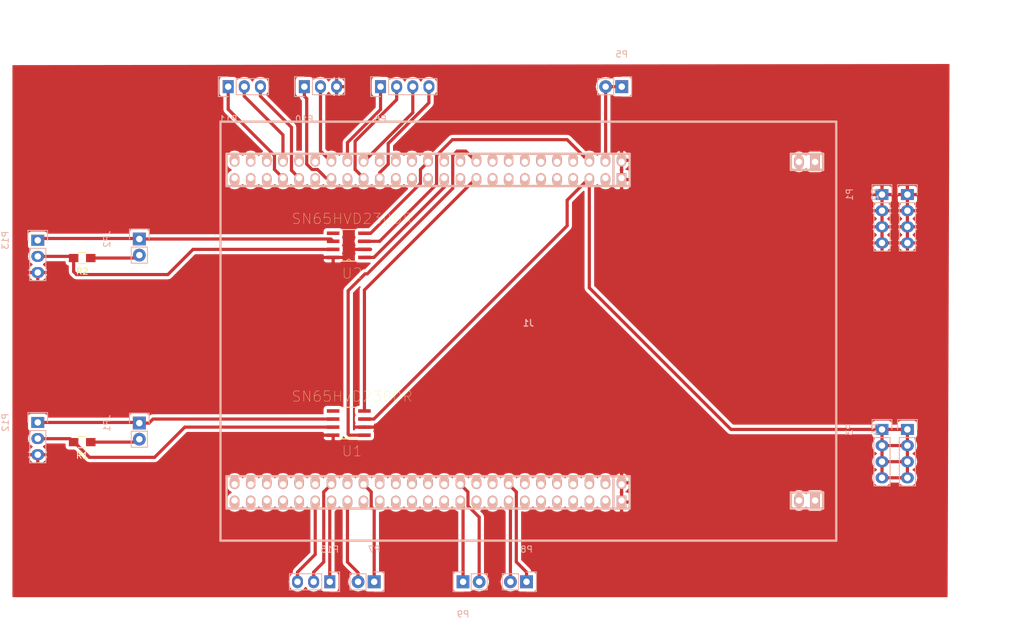
<source format=kicad_pcb>
(kicad_pcb (version 4) (host pcbnew 4.0.2-stable)

  (general
    (links 68)
    (no_connects 8)
    (area 77.775 44.349999 239.368001 144.880001)
    (thickness 1.6)
    (drawings 4)
    (tracks 142)
    (zones 0)
    (modules 21)
    (nets 36)
  )

  (page A4)
  (title_block
    (title CAN4DISCO)
    (date 2017-01-26)
    (company BASE48)
  )

  (layers
    (0 F.Cu signal)
    (31 B.Cu signal)
    (32 B.Adhes user)
    (33 F.Adhes user)
    (34 B.Paste user)
    (35 F.Paste user)
    (36 B.SilkS user)
    (37 F.SilkS user)
    (38 B.Mask user)
    (39 F.Mask user)
    (40 Dwgs.User user)
    (41 Cmts.User user)
    (42 Eco1.User user)
    (43 Eco2.User user)
    (44 Edge.Cuts user)
    (45 Margin user)
    (46 B.CrtYd user)
    (47 F.CrtYd user)
    (48 B.Fab user)
    (49 F.Fab user)
  )

  (setup
    (last_trace_width 0.25)
    (user_trace_width 0.5)
    (trace_clearance 0.2)
    (zone_clearance 0.508)
    (zone_45_only no)
    (trace_min 0.2)
    (segment_width 0.2)
    (edge_width 0.15)
    (via_size 0.6)
    (via_drill 0.4)
    (via_min_size 0.4)
    (via_min_drill 0.3)
    (uvia_size 0.3)
    (uvia_drill 0.1)
    (uvias_allowed no)
    (uvia_min_size 0.2)
    (uvia_min_drill 0.1)
    (pcb_text_width 0.3)
    (pcb_text_size 1.5 1.5)
    (mod_edge_width 0.15)
    (mod_text_size 1 1)
    (mod_text_width 0.15)
    (pad_size 1.524 1.524)
    (pad_drill 0.762)
    (pad_to_mask_clearance 0.2)
    (aux_axis_origin 0 0)
    (visible_elements FFFFFF7F)
    (pcbplotparams
      (layerselection 0x00000_00000001)
      (usegerberextensions false)
      (excludeedgelayer true)
      (linewidth 0.100000)
      (plotframeref false)
      (viasonmask false)
      (mode 1)
      (useauxorigin false)
      (hpglpennumber 1)
      (hpglpenspeed 20)
      (hpglpendiameter 15)
      (hpglpenoverlay 2)
      (psnegative false)
      (psa4output false)
      (plotreference true)
      (plotvalue true)
      (plotinvisibletext false)
      (padsonsilk false)
      (subtractmaskfromsilk false)
      (outputformat 1)
      (mirror false)
      (drillshape 0)
      (scaleselection 1)
      (outputdirectory /home/rmarko/kicad/discobreak_gerber/))
  )

  (net 0 "")
  (net 1 VCC)
  (net 2 GND)
  (net 3 "Net-(J1-Pad51)")
  (net 4 "Net-(J1-Pad52)")
  (net 5 /TIM1_CH1)
  (net 6 /TIM1_CH3)
  (net 7 /USART3_TX)
  (net 8 /PD1)
  (net 9 /PD3)
  (net 10 /CAN2_TX)
  (net 11 /CAN1_RX)
  (net 12 /+5V)
  (net 13 /CAN1_TX)
  (net 14 /CAN2_RX)
  (net 15 /PD2)
  (net 16 /PD0)
  (net 17 /USART3_RX)
  (net 18 /TIM1_CH2)
  (net 19 "Net-(J1-Pad50)")
  (net 20 /TIM1_CH2N)
  (net 21 /I2C2_SCL)
  (net 22 /ADC2)
  (net 23 /DAC1_OUT)
  (net 24 /DAC2_OUT)
  (net 25 /ADC1)
  (net 26 /I2C2_SDA)
  (net 27 /TIM1_CH1N)
  (net 28 /TIM1_CH3N)
  (net 29 "Net-(J1-Pad49)")
  (net 30 /CAN1_L)
  (net 31 "Net-(JP1-Pad2)")
  (net 32 /CAN2_L)
  (net 33 "Net-(JP2-Pad2)")
  (net 34 /CAN1_H)
  (net 35 /CAN2_H)

  (net_class Default "This is the default net class."
    (clearance 0.2)
    (trace_width 0.25)
    (via_dia 0.6)
    (via_drill 0.4)
    (uvia_dia 0.3)
    (uvia_drill 0.1)
    (add_net /+5V)
    (add_net /ADC1)
    (add_net /ADC2)
    (add_net /CAN1_H)
    (add_net /CAN1_L)
    (add_net /CAN1_RX)
    (add_net /CAN1_TX)
    (add_net /CAN2_H)
    (add_net /CAN2_L)
    (add_net /CAN2_RX)
    (add_net /CAN2_TX)
    (add_net /DAC1_OUT)
    (add_net /DAC2_OUT)
    (add_net /I2C2_SCL)
    (add_net /I2C2_SDA)
    (add_net /PD0)
    (add_net /PD1)
    (add_net /PD2)
    (add_net /PD3)
    (add_net /TIM1_CH1)
    (add_net /TIM1_CH1N)
    (add_net /TIM1_CH2)
    (add_net /TIM1_CH2N)
    (add_net /TIM1_CH3)
    (add_net /TIM1_CH3N)
    (add_net /USART3_RX)
    (add_net /USART3_TX)
    (add_net GND)
    (add_net "Net-(J1-Pad49)")
    (add_net "Net-(J1-Pad50)")
    (add_net "Net-(J1-Pad51)")
    (add_net "Net-(J1-Pad52)")
    (add_net "Net-(JP1-Pad2)")
    (add_net "Net-(JP2-Pad2)")
    (add_net VCC)
  )

  (module w_conn_misc:stm32f4_discovery_header (layer B.Cu) (tedit 5251BA54) (tstamp 5887EE8E)
    (at 161.29 96.52)
    (descr "STM32 F4 Discovery Header")
    (tags "STM32F4 Discovery")
    (path /5887AFD7)
    (fp_text reference J1 (at 0 -1.27) (layer B.SilkS)
      (effects (font (size 1.016 1.016) (thickness 0.2032)) (justify mirror))
    )
    (fp_text value STM32F4_Discovery_Header (at 0 1.27) (layer B.SilkS) hide
      (effects (font (size 1.016 0.889) (thickness 0.2032)) (justify mirror))
    )
    (fp_line (start 46.43 -25.4) (end 41.35 -25.4) (layer B.SilkS) (width 0.381))
    (fp_line (start 46.43 -27.94) (end 46.43 -25.4) (layer B.SilkS) (width 0.381))
    (fp_line (start 41.35 -27.94) (end 46.43 -27.94) (layer B.SilkS) (width 0.381))
    (fp_line (start 41.35 -25.4) (end 41.35 -27.94) (layer B.SilkS) (width 0.381))
    (fp_line (start 41.35 27.94) (end 41.35 25.4) (layer B.SilkS) (width 0.381))
    (fp_line (start 41.35 25.4) (end 46.43 25.4) (layer B.SilkS) (width 0.381))
    (fp_line (start 46.43 25.4) (end 46.43 27.94) (layer B.SilkS) (width 0.381))
    (fp_line (start 46.43 27.94) (end 41.35 27.94) (layer B.SilkS) (width 0.381))
    (fp_line (start -47.55 -22.86) (end 15.95 -22.86) (layer B.SilkS) (width 0.381))
    (fp_line (start 15.95 -22.86) (end 15.95 -27.94) (layer B.SilkS) (width 0.381))
    (fp_line (start -47.55 -22.86) (end -47.55 -27.94) (layer B.SilkS) (width 0.381))
    (fp_line (start -47.55 -27.94) (end 15.95 -27.94) (layer B.SilkS) (width 0.381))
    (fp_line (start 13.3985 -22.86) (end 13.3985 -27.94) (layer B.SilkS) (width 0.381))
    (fp_line (start 13.3985 27.94) (end 13.3985 22.86) (layer B.SilkS) (width 0.381))
    (fp_line (start -47.55 22.86) (end 15.95 22.86) (layer B.SilkS) (width 0.381))
    (fp_line (start 48.5 33) (end -48.5 33) (layer B.SilkS) (width 0.381))
    (fp_line (start -48.5 -33) (end 48.5 -33) (layer B.SilkS) (width 0.381))
    (fp_line (start 48.5 -33) (end 48.5 33) (layer B.SilkS) (width 0.381))
    (fp_line (start -48.5 -33) (end -48.5 33) (layer B.SilkS) (width 0.381))
    (fp_line (start -47.55 27.94) (end -47.55 22.86) (layer B.SilkS) (width 0.381))
    (fp_line (start 15.95 27.94) (end 15.95 22.86) (layer B.SilkS) (width 0.381))
    (fp_line (start -47.55 27.94) (end 15.95 27.94) (layer B.SilkS) (width 0.381))
    (pad 51 thru_hole rect (at 45.16 -26.67) (size 1.5 2.2) (drill 1.00076) (layers *.Cu *.Mask B.SilkS)
      (net 3 "Net-(J1-Pad51)"))
    (pad 52 thru_hole oval (at 42.62 -26.67) (size 1.5 2.2) (drill 1.00076) (layers *.Cu *.Mask B.SilkS)
      (net 4 "Net-(J1-Pad52)"))
    (pad 51 thru_hole oval (at -46.28 -24.13) (size 1.5 2) (drill 0.99822 (offset 0 0.25)) (layers *.Cu *.Mask B.SilkS)
      (net 3 "Net-(J1-Pad51)"))
    (pad 53 thru_hole oval (at -43.74 -24.13) (size 1.5 2) (drill 0.99822 (offset 0 0.25)) (layers *.Cu *.Mask B.SilkS))
    (pad 55 thru_hole oval (at -41.2 -24.13) (size 1.5 2) (drill 0.99822 (offset 0 0.25)) (layers *.Cu *.Mask B.SilkS))
    (pad 57 thru_hole oval (at -38.66 -24.13) (size 1.5 2) (drill 0.99822 (offset 0 0.25)) (layers *.Cu *.Mask B.SilkS)
      (net 5 /TIM1_CH1))
    (pad 59 thru_hole oval (at -36.12 -24.13) (size 1.5 2) (drill 0.99822 (offset 0 0.25)) (layers *.Cu *.Mask B.SilkS)
      (net 6 /TIM1_CH3))
    (pad 61 thru_hole oval (at -33.58 -24.13) (size 1.5 2) (drill 0.99822 (offset 0 0.25)) (layers *.Cu *.Mask B.SilkS))
    (pad 63 thru_hole oval (at -31.04 -24.13) (size 1.5 2) (drill 0.99822 (offset 0 0.25)) (layers *.Cu *.Mask B.SilkS)
      (net 7 /USART3_TX))
    (pad 65 thru_hole oval (at -28.5 -24.13) (size 1.5 2) (drill 0.99822 (offset 0 0.25)) (layers *.Cu *.Mask B.SilkS))
    (pad 67 thru_hole oval (at -25.96 -24.13) (size 1.5 2) (drill 0.99822 (offset 0 0.25)) (layers *.Cu *.Mask B.SilkS)
      (net 8 /PD1))
    (pad 69 thru_hole oval (at -23.42 -24.13) (size 1.5 2) (drill 0.99822 (offset 0 0.25)) (layers *.Cu *.Mask B.SilkS)
      (net 9 /PD3))
    (pad 71 thru_hole oval (at -20.88 -24.13) (size 1.5 2) (drill 0.99822 (offset 0 0.25)) (layers *.Cu *.Mask B.SilkS))
    (pad 73 thru_hole oval (at -18.34 -24.13) (size 1.5 2) (drill 0.99822 (offset 0 0.25)) (layers *.Cu *.Mask B.SilkS))
    (pad 75 thru_hole oval (at -15.8 -24.13) (size 1.5 2) (drill 0.99822 (offset 0 0.25)) (layers *.Cu *.Mask B.SilkS))
    (pad 77 thru_hole oval (at -13.26 -24.13) (size 1.5 2) (drill 0.99822 (offset 0 0.25)) (layers *.Cu *.Mask B.SilkS)
      (net 10 /CAN2_TX))
    (pad 79 thru_hole oval (at -10.72 -24.13) (size 1.5 2) (drill 0.99822 (offset 0 0.25)) (layers *.Cu *.Mask B.SilkS))
    (pad 81 thru_hole oval (at -8.18 -24.13) (size 1.5 2) (drill 0.99822 (offset 0 0.25)) (layers *.Cu *.Mask B.SilkS)
      (net 11 /CAN1_RX))
    (pad 83 thru_hole oval (at -5.64 -24.13) (size 1.5 2) (drill 0.99822 (offset 0 0.25)) (layers *.Cu *.Mask B.SilkS))
    (pad 85 thru_hole oval (at -3.1 -24.13) (size 1.5 2) (drill 0.99822 (offset 0 0.25)) (layers *.Cu *.Mask B.SilkS))
    (pad 87 thru_hole oval (at -0.56 -24.13) (size 1.5 2) (drill 0.99822 (offset 0 0.25)) (layers *.Cu *.Mask B.SilkS))
    (pad 89 thru_hole oval (at 1.98 -24.13) (size 1.5 2) (drill 0.99822 (offset 0 0.25)) (layers *.Cu *.Mask B.SilkS))
    (pad 91 thru_hole oval (at 4.52 -24.13) (size 1.5 2) (drill 0.99822 (offset 0 0.25)) (layers *.Cu *.Mask B.SilkS))
    (pad 93 thru_hole oval (at 7.06 -24.13) (size 1.5 2) (drill 0.99822 (offset 0 0.25)) (layers *.Cu *.Mask B.SilkS))
    (pad 95 thru_hole oval (at 9.6 -24.13) (size 1.5 2) (drill 0.99822 (offset 0 0.25)) (layers *.Cu *.Mask B.SilkS)
      (net 1 VCC))
    (pad 97 thru_hole oval (at 12.14 -24.13) (size 1.5 2) (drill 0.99822 (offset 0 0.25)) (layers *.Cu *.Mask B.SilkS)
      (net 12 /+5V))
    (pad 99 thru_hole rect (at 14.68 -24.13) (size 1.5 2) (drill 1.00076 (offset 0 0.25)) (layers *.Cu *.Mask B.SilkS)
      (net 2 GND))
    (pad 100 thru_hole oval (at 14.68 -26.67) (size 1.5 2) (drill 1.00076 (offset 0 -0.25)) (layers *.Cu *.Mask B.SilkS)
      (net 2 GND))
    (pad 98 thru_hole oval (at 12.14 -26.67) (size 1.5 2) (drill 1.00076 (offset 0 -0.25)) (layers *.Cu *.Mask B.SilkS)
      (net 12 /+5V))
    (pad 96 thru_hole oval (at 9.6 -26.67) (size 1.5 2) (drill 1.00076 (offset 0 -0.25)) (layers *.Cu *.Mask B.SilkS)
      (net 1 VCC))
    (pad 94 thru_hole oval (at 7.06 -26.67) (size 1.5 2) (drill 1.00076 (offset 0 -0.25)) (layers *.Cu *.Mask B.SilkS))
    (pad 92 thru_hole oval (at 4.52 -26.67) (size 1.5 2) (drill 1.00076 (offset 0 -0.25)) (layers *.Cu *.Mask B.SilkS))
    (pad 90 thru_hole oval (at 1.98 -26.67) (size 1.5 2) (drill 1.00076 (offset 0 -0.25)) (layers *.Cu *.Mask B.SilkS))
    (pad 88 thru_hole oval (at -0.56 -26.67) (size 1.5 2) (drill 1.00076 (offset 0 -0.25)) (layers *.Cu *.Mask B.SilkS))
    (pad 86 thru_hole oval (at -3.1 -26.67) (size 1.5 2) (drill 1.00076 (offset 0 -0.25)) (layers *.Cu *.Mask B.SilkS))
    (pad 84 thru_hole oval (at -5.64 -26.67) (size 1.5 2) (drill 1.00076 (offset 0 -0.25)) (layers *.Cu *.Mask B.SilkS))
    (pad 82 thru_hole oval (at -8.18 -26.67) (size 1.5 2) (drill 1.00076 (offset 0 -0.25)) (layers *.Cu *.Mask B.SilkS)
      (net 13 /CAN1_TX))
    (pad 80 thru_hole oval (at -10.72 -26.67) (size 1.5 2) (drill 1.00076 (offset 0 -0.25)) (layers *.Cu *.Mask B.SilkS))
    (pad 78 thru_hole oval (at -13.26 -26.67) (size 1.5 2) (drill 1.00076 (offset 0 -0.25)) (layers *.Cu *.Mask B.SilkS))
    (pad 76 thru_hole oval (at -15.8 -26.67) (size 1.5 2) (drill 1.00076 (offset 0 -0.25)) (layers *.Cu *.Mask B.SilkS)
      (net 14 /CAN2_RX))
    (pad 74 thru_hole oval (at -18.34 -26.67) (size 1.5 2) (drill 1.00076 (offset 0 -0.25)) (layers *.Cu *.Mask B.SilkS))
    (pad 72 thru_hole oval (at -20.88 -26.67) (size 1.5 2) (drill 1.00076 (offset 0 -0.25)) (layers *.Cu *.Mask B.SilkS))
    (pad 70 thru_hole oval (at -23.42 -26.67) (size 1.5 2) (drill 1.00076 (offset 0 -0.25)) (layers *.Cu *.Mask B.SilkS))
    (pad 68 thru_hole oval (at -25.96 -26.67) (size 1.5 2) (drill 1.00076 (offset 0 -0.25)) (layers *.Cu *.Mask B.SilkS)
      (net 15 /PD2))
    (pad 66 thru_hole oval (at -28.5 -26.67) (size 1.5 2) (drill 1.00076 (offset 0 -0.25)) (layers *.Cu *.Mask B.SilkS)
      (net 16 /PD0))
    (pad 64 thru_hole oval (at -31.04 -26.67) (size 1.5 2) (drill 1.00076 (offset 0 -0.25)) (layers *.Cu *.Mask B.SilkS)
      (net 17 /USART3_RX))
    (pad 62 thru_hole oval (at -33.58 -26.67) (size 1.5 2) (drill 1.00076 (offset 0 -0.25)) (layers *.Cu *.Mask B.SilkS))
    (pad 60 thru_hole oval (at -36.12 -26.67) (size 1.5 2) (drill 1.00076 (offset 0 -0.25)) (layers *.Cu *.Mask B.SilkS))
    (pad 58 thru_hole oval (at -38.66 -26.67) (size 1.5 2) (drill 1.00076 (offset 0 -0.25)) (layers *.Cu *.Mask B.SilkS)
      (net 18 /TIM1_CH2))
    (pad 56 thru_hole oval (at -41.2 -26.67) (size 1.5 2) (drill 1.00076 (offset 0 -0.25)) (layers *.Cu *.Mask B.SilkS))
    (pad 54 thru_hole oval (at -43.74 -26.67) (size 1.5 2) (drill 1.00076 (offset 0 -0.25)) (layers *.Cu *.Mask B.SilkS))
    (pad 52 thru_hole oval (at -46.28 -26.67) (size 1.5 2) (drill 1.00076 (offset 0 -0.25)) (layers *.Cu *.Mask B.SilkS)
      (net 4 "Net-(J1-Pad52)"))
    (pad 50 thru_hole oval (at -46.28 24.13) (size 1.5 2) (drill 1.00076 (offset 0 -0.25)) (layers *.Cu *.Mask B.SilkS)
      (net 19 "Net-(J1-Pad50)"))
    (pad 48 thru_hole oval (at -43.74 24.13) (size 1.5 2) (drill 1.00076 (offset 0 -0.25)) (layers *.Cu *.Mask B.SilkS))
    (pad 46 thru_hole oval (at -41.2 24.13) (size 1.5 2) (drill 1.00076 (offset 0 -0.25)) (layers *.Cu *.Mask B.SilkS))
    (pad 44 thru_hole oval (at -38.66 24.13) (size 1.5 2) (drill 1.00076 (offset 0 -0.25)) (layers *.Cu *.Mask B.SilkS))
    (pad 42 thru_hole oval (at -36.12 24.13) (size 1.5 2) (drill 1.00076 (offset 0 -0.25)) (layers *.Cu *.Mask B.SilkS))
    (pad 40 thru_hole oval (at -33.58 24.13) (size 1.5 2) (drill 1.00076 (offset 0 -0.25)) (layers *.Cu *.Mask B.SilkS))
    (pad 38 thru_hole oval (at -31.04 24.13) (size 1.5 2) (drill 1.00076 (offset 0 -0.25)) (layers *.Cu *.Mask B.SilkS)
      (net 20 /TIM1_CH2N))
    (pad 36 thru_hole oval (at -28.5 24.13) (size 1.5 2) (drill 1.00076 (offset 0 -0.25)) (layers *.Cu *.Mask B.SilkS))
    (pad 34 thru_hole oval (at -25.96 24.13) (size 1.5 2) (drill 1.00076 (offset 0 -0.25)) (layers *.Cu *.Mask B.SilkS)
      (net 21 /I2C2_SCL))
    (pad 32 thru_hole oval (at -23.42 24.13) (size 1.5 2) (drill 1.00076 (offset 0 -0.25)) (layers *.Cu *.Mask B.SilkS))
    (pad 30 thru_hole oval (at -20.88 24.13) (size 1.5 2) (drill 1.00076 (offset 0 -0.25)) (layers *.Cu *.Mask B.SilkS))
    (pad 28 thru_hole oval (at -18.34 24.13) (size 1.5 2) (drill 1.00076 (offset 0 -0.25)) (layers *.Cu *.Mask B.SilkS))
    (pad 26 thru_hole oval (at -15.8 24.13) (size 1.5 2) (drill 1.00076 (offset 0 -0.25)) (layers *.Cu *.Mask B.SilkS))
    (pad 24 thru_hole oval (at -13.26 24.13) (size 1.5 2) (drill 1.00076 (offset 0 -0.25)) (layers *.Cu *.Mask B.SilkS))
    (pad 22 thru_hole oval (at -10.72 24.13) (size 1.5 2) (drill 1.00076 (offset 0 -0.25)) (layers *.Cu *.Mask B.SilkS)
      (net 22 /ADC2))
    (pad 20 thru_hole oval (at -8.18 24.13) (size 1.5 2) (drill 1.00076 (offset 0 -0.25)) (layers *.Cu *.Mask B.SilkS))
    (pad 18 thru_hole oval (at -5.64 24.13) (size 1.5 2) (drill 1.00076 (offset 0 -0.25)) (layers *.Cu *.Mask B.SilkS))
    (pad 16 thru_hole oval (at -3.1 24.13) (size 1.5 2) (drill 1.00076 (offset 0 -0.25)) (layers *.Cu *.Mask B.SilkS)
      (net 23 /DAC1_OUT))
    (pad 14 thru_hole oval (at -0.56 24.13) (size 1.5 2) (drill 1.00076 (offset 0 -0.25)) (layers *.Cu *.Mask B.SilkS))
    (pad 12 thru_hole oval (at 1.98 24.13) (size 1.5 2) (drill 1.00076 (offset 0 -0.25)) (layers *.Cu *.Mask B.SilkS))
    (pad 10 thru_hole oval (at 4.52 24.13) (size 1.5 2) (drill 1.00076 (offset 0 -0.25)) (layers *.Cu *.Mask B.SilkS))
    (pad 8 thru_hole oval (at 7.06 24.13) (size 1.5 2) (drill 1.00076 (offset 0 -0.25)) (layers *.Cu *.Mask B.SilkS))
    (pad 6 thru_hole oval (at 9.6 24.13) (size 1.5 2) (drill 1.00076 (offset 0 -0.25)) (layers *.Cu *.Mask B.SilkS))
    (pad 4 thru_hole oval (at 12.14 24.13) (size 1.5 2) (drill 1.00076 (offset 0 -0.25)) (layers *.Cu *.Mask B.SilkS))
    (pad 2 thru_hole oval (at 14.68 24.13) (size 1.5 2) (drill 1.00076 (offset 0 -0.25)) (layers *.Cu *.Mask B.SilkS)
      (net 2 GND))
    (pad 1 thru_hole rect (at 14.68 26.67) (size 1.5 2) (drill 1.00076 (offset 0 0.25)) (layers *.Cu *.Mask B.SilkS)
      (net 2 GND))
    (pad 3 thru_hole oval (at 12.14 26.67) (size 1.5 2) (drill 0.99822 (offset 0 0.25)) (layers *.Cu *.Mask B.SilkS))
    (pad 5 thru_hole oval (at 9.6 26.67) (size 1.5 2) (drill 0.99822 (offset 0 0.25)) (layers *.Cu *.Mask B.SilkS))
    (pad 7 thru_hole oval (at 7.06 26.67) (size 1.5 2) (drill 0.99822 (offset 0 0.25)) (layers *.Cu *.Mask B.SilkS))
    (pad 9 thru_hole oval (at 4.52 26.67) (size 1.5 2) (drill 0.99822 (offset 0 0.25)) (layers *.Cu *.Mask B.SilkS))
    (pad 11 thru_hole oval (at 1.98 26.67) (size 1.5 2) (drill 0.99822 (offset 0 0.25)) (layers *.Cu *.Mask B.SilkS))
    (pad 13 thru_hole oval (at -0.56 26.67) (size 1.5 2) (drill 0.99822 (offset 0 0.25)) (layers *.Cu *.Mask B.SilkS))
    (pad 15 thru_hole oval (at -3.1 26.67) (size 1.5 2) (drill 0.99822 (offset 0 0.25)) (layers *.Cu *.Mask B.SilkS)
      (net 24 /DAC2_OUT))
    (pad 17 thru_hole oval (at -5.64 26.67) (size 1.5 2) (drill 0.99822 (offset 0 0.25)) (layers *.Cu *.Mask B.SilkS))
    (pad 19 thru_hole oval (at -8.18 26.67) (size 1.5 2) (drill 0.99822 (offset 0 0.25)) (layers *.Cu *.Mask B.SilkS))
    (pad 21 thru_hole oval (at -10.72 26.67) (size 1.5 2) (drill 0.99822 (offset 0 0.25)) (layers *.Cu *.Mask B.SilkS)
      (net 25 /ADC1))
    (pad 23 thru_hole oval (at -13.26 26.67) (size 1.5 2) (drill 0.99822 (offset 0 0.25)) (layers *.Cu *.Mask B.SilkS))
    (pad 25 thru_hole oval (at -15.8 26.67) (size 1.5 2) (drill 0.99822 (offset 0 0.25)) (layers *.Cu *.Mask B.SilkS))
    (pad 27 thru_hole oval (at -18.34 26.67) (size 1.5 2) (drill 0.99822 (offset 0 0.25)) (layers *.Cu *.Mask B.SilkS))
    (pad 29 thru_hole oval (at -20.88 26.67) (size 1.5 2) (drill 0.99822 (offset 0 0.25)) (layers *.Cu *.Mask B.SilkS))
    (pad 31 thru_hole oval (at -23.42 26.67) (size 1.5 2) (drill 0.99822 (offset 0 0.25)) (layers *.Cu *.Mask B.SilkS))
    (pad 33 thru_hole oval (at -25.96 26.67) (size 1.5 2) (drill 0.99822 (offset 0 0.25)) (layers *.Cu *.Mask B.SilkS))
    (pad 35 thru_hole oval (at -28.5 26.67) (size 1.5 2) (drill 0.99822 (offset 0 0.25)) (layers *.Cu *.Mask B.SilkS)
      (net 26 /I2C2_SDA))
    (pad 37 thru_hole oval (at -31.04 26.67) (size 1.5 2) (drill 0.99822 (offset 0 0.25)) (layers *.Cu *.Mask B.SilkS)
      (net 27 /TIM1_CH1N))
    (pad 39 thru_hole oval (at -33.58 26.67) (size 1.5 2) (drill 0.99822 (offset 0 0.25)) (layers *.Cu *.Mask B.SilkS)
      (net 28 /TIM1_CH3N))
    (pad 41 thru_hole oval (at -36.12 26.67) (size 1.5 2) (drill 0.99822 (offset 0 0.25)) (layers *.Cu *.Mask B.SilkS))
    (pad 43 thru_hole oval (at -38.66 26.67) (size 1.5 2) (drill 0.99822 (offset 0 0.25)) (layers *.Cu *.Mask B.SilkS))
    (pad 45 thru_hole oval (at -41.2 26.67) (size 1.5 2) (drill 0.99822 (offset 0 0.25)) (layers *.Cu *.Mask B.SilkS))
    (pad 47 thru_hole oval (at -43.74 26.67) (size 1.5 2) (drill 0.99822 (offset 0 0.25)) (layers *.Cu *.Mask B.SilkS))
    (pad 49 thru_hole oval (at -46.28 26.67) (size 1.5 2) (drill 0.99822 (offset 0 0.25)) (layers *.Cu *.Mask B.SilkS)
      (net 29 "Net-(J1-Pad49)"))
    (pad 50 thru_hole oval (at 42.62 26.67) (size 1.5 2.2) (drill 1.00076) (layers *.Cu *.Mask B.SilkS)
      (net 19 "Net-(J1-Pad50)"))
    (pad 49 thru_hole rect (at 45.16 26.67) (size 1.5 2.2) (drill 1.00076) (layers *.Cu *.Mask B.SilkS)
      (net 29 "Net-(J1-Pad49)"))
    (model walter/conn_misc/stm32f4_discovery_header.wrl
      (at (xyz 0 0 0))
      (scale (xyz 1 1 1))
      (rotate (xyz 0 0 0))
    )
  )

  (module Socket_Strips:Socket_Strip_Straight_1x02 (layer B.Cu) (tedit 54E9F75E) (tstamp 5887EE94)
    (at 100 111 270)
    (descr "Through hole socket strip")
    (tags "socket strip")
    (path /5887D6A3)
    (fp_text reference JP1 (at 0 5.1 270) (layer B.SilkS)
      (effects (font (size 1 1) (thickness 0.15)) (justify mirror))
    )
    (fp_text value JUMPER (at 0 3.1 270) (layer B.Fab)
      (effects (font (size 1 1) (thickness 0.15)) (justify mirror))
    )
    (fp_line (start -1.55 -1.55) (end 0 -1.55) (layer B.SilkS) (width 0.15))
    (fp_line (start 3.81 -1.27) (end 1.27 -1.27) (layer B.SilkS) (width 0.15))
    (fp_line (start -1.75 1.75) (end -1.75 -1.75) (layer B.CrtYd) (width 0.05))
    (fp_line (start 4.3 1.75) (end 4.3 -1.75) (layer B.CrtYd) (width 0.05))
    (fp_line (start -1.75 1.75) (end 4.3 1.75) (layer B.CrtYd) (width 0.05))
    (fp_line (start -1.75 -1.75) (end 4.3 -1.75) (layer B.CrtYd) (width 0.05))
    (fp_line (start 1.27 -1.27) (end 1.27 1.27) (layer B.SilkS) (width 0.15))
    (fp_line (start 0 1.55) (end -1.55 1.55) (layer B.SilkS) (width 0.15))
    (fp_line (start -1.55 1.55) (end -1.55 -1.55) (layer B.SilkS) (width 0.15))
    (fp_line (start 1.27 1.27) (end 3.81 1.27) (layer B.SilkS) (width 0.15))
    (fp_line (start 3.81 1.27) (end 3.81 -1.27) (layer B.SilkS) (width 0.15))
    (pad 1 thru_hole rect (at 0 0 270) (size 2.032 2.032) (drill 1.016) (layers *.Cu *.Mask)
      (net 30 /CAN1_L))
    (pad 2 thru_hole oval (at 2.54 0 270) (size 2.032 2.032) (drill 1.016) (layers *.Cu *.Mask)
      (net 31 "Net-(JP1-Pad2)"))
    (model Socket_Strips.3dshapes/Socket_Strip_Straight_1x02.wrl
      (at (xyz 0.05 0 0))
      (scale (xyz 1 1 1))
      (rotate (xyz 0 0 180))
    )
  )

  (module Socket_Strips:Socket_Strip_Straight_1x02 (layer B.Cu) (tedit 54E9F75E) (tstamp 5887EE9A)
    (at 100 82 270)
    (descr "Through hole socket strip")
    (tags "socket strip")
    (path /5887ED39)
    (fp_text reference JP2 (at 0 5.1 270) (layer B.SilkS)
      (effects (font (size 1 1) (thickness 0.15)) (justify mirror))
    )
    (fp_text value JUMPER (at 0 3.1 270) (layer B.Fab)
      (effects (font (size 1 1) (thickness 0.15)) (justify mirror))
    )
    (fp_line (start -1.55 -1.55) (end 0 -1.55) (layer B.SilkS) (width 0.15))
    (fp_line (start 3.81 -1.27) (end 1.27 -1.27) (layer B.SilkS) (width 0.15))
    (fp_line (start -1.75 1.75) (end -1.75 -1.75) (layer B.CrtYd) (width 0.05))
    (fp_line (start 4.3 1.75) (end 4.3 -1.75) (layer B.CrtYd) (width 0.05))
    (fp_line (start -1.75 1.75) (end 4.3 1.75) (layer B.CrtYd) (width 0.05))
    (fp_line (start -1.75 -1.75) (end 4.3 -1.75) (layer B.CrtYd) (width 0.05))
    (fp_line (start 1.27 -1.27) (end 1.27 1.27) (layer B.SilkS) (width 0.15))
    (fp_line (start 0 1.55) (end -1.55 1.55) (layer B.SilkS) (width 0.15))
    (fp_line (start -1.55 1.55) (end -1.55 -1.55) (layer B.SilkS) (width 0.15))
    (fp_line (start 1.27 1.27) (end 3.81 1.27) (layer B.SilkS) (width 0.15))
    (fp_line (start 3.81 1.27) (end 3.81 -1.27) (layer B.SilkS) (width 0.15))
    (pad 1 thru_hole rect (at 0 0 270) (size 2.032 2.032) (drill 1.016) (layers *.Cu *.Mask)
      (net 32 /CAN2_L))
    (pad 2 thru_hole oval (at 2.54 0 270) (size 2.032 2.032) (drill 1.016) (layers *.Cu *.Mask)
      (net 33 "Net-(JP2-Pad2)"))
    (model Socket_Strips.3dshapes/Socket_Strip_Straight_1x02.wrl
      (at (xyz 0.05 0 0))
      (scale (xyz 1 1 1))
      (rotate (xyz 0 0 180))
    )
  )

  (module Socket_Strips:Socket_Strip_Straight_1x04 (layer B.Cu) (tedit 0) (tstamp 5887EEA2)
    (at 217 75 270)
    (descr "Through hole socket strip")
    (tags "socket strip")
    (path /58882251)
    (fp_text reference P1 (at 0 5.1 270) (layer B.SilkS)
      (effects (font (size 1 1) (thickness 0.15)) (justify mirror))
    )
    (fp_text value CONN_01X04 (at 0 3.1 270) (layer B.Fab)
      (effects (font (size 1 1) (thickness 0.15)) (justify mirror))
    )
    (fp_line (start -1.75 1.75) (end -1.75 -1.75) (layer B.CrtYd) (width 0.05))
    (fp_line (start 9.4 1.75) (end 9.4 -1.75) (layer B.CrtYd) (width 0.05))
    (fp_line (start -1.75 1.75) (end 9.4 1.75) (layer B.CrtYd) (width 0.05))
    (fp_line (start -1.75 -1.75) (end 9.4 -1.75) (layer B.CrtYd) (width 0.05))
    (fp_line (start 1.27 1.27) (end 8.89 1.27) (layer B.SilkS) (width 0.15))
    (fp_line (start 1.27 -1.27) (end 8.89 -1.27) (layer B.SilkS) (width 0.15))
    (fp_line (start -1.55 -1.55) (end 0 -1.55) (layer B.SilkS) (width 0.15))
    (fp_line (start 8.89 1.27) (end 8.89 -1.27) (layer B.SilkS) (width 0.15))
    (fp_line (start 1.27 -1.27) (end 1.27 1.27) (layer B.SilkS) (width 0.15))
    (fp_line (start 0 1.55) (end -1.55 1.55) (layer B.SilkS) (width 0.15))
    (fp_line (start -1.55 1.55) (end -1.55 -1.55) (layer B.SilkS) (width 0.15))
    (pad 1 thru_hole rect (at 0 0 270) (size 1.7272 2.032) (drill 1.016) (layers *.Cu *.Mask)
      (net 2 GND))
    (pad 2 thru_hole oval (at 2.54 0 270) (size 1.7272 2.032) (drill 1.016) (layers *.Cu *.Mask)
      (net 2 GND))
    (pad 3 thru_hole oval (at 5.08 0 270) (size 1.7272 2.032) (drill 1.016) (layers *.Cu *.Mask)
      (net 2 GND))
    (pad 4 thru_hole oval (at 7.62 0 270) (size 1.7272 2.032) (drill 1.016) (layers *.Cu *.Mask)
      (net 2 GND))
    (model Socket_Strips.3dshapes/Socket_Strip_Straight_1x04.wrl
      (at (xyz 0.15 0 0))
      (scale (xyz 1 1 1))
      (rotate (xyz 0 0 180))
    )
  )

  (module Socket_Strips:Socket_Strip_Straight_1x04 (layer B.Cu) (tedit 0) (tstamp 5887EEAA)
    (at 221 75 270)
    (descr "Through hole socket strip")
    (tags "socket strip")
    (path /58882311)
    (fp_text reference P2 (at 0 5.1 270) (layer B.SilkS)
      (effects (font (size 1 1) (thickness 0.15)) (justify mirror))
    )
    (fp_text value CONN_01X04 (at 0 3.1 270) (layer B.Fab)
      (effects (font (size 1 1) (thickness 0.15)) (justify mirror))
    )
    (fp_line (start -1.75 1.75) (end -1.75 -1.75) (layer B.CrtYd) (width 0.05))
    (fp_line (start 9.4 1.75) (end 9.4 -1.75) (layer B.CrtYd) (width 0.05))
    (fp_line (start -1.75 1.75) (end 9.4 1.75) (layer B.CrtYd) (width 0.05))
    (fp_line (start -1.75 -1.75) (end 9.4 -1.75) (layer B.CrtYd) (width 0.05))
    (fp_line (start 1.27 1.27) (end 8.89 1.27) (layer B.SilkS) (width 0.15))
    (fp_line (start 1.27 -1.27) (end 8.89 -1.27) (layer B.SilkS) (width 0.15))
    (fp_line (start -1.55 -1.55) (end 0 -1.55) (layer B.SilkS) (width 0.15))
    (fp_line (start 8.89 1.27) (end 8.89 -1.27) (layer B.SilkS) (width 0.15))
    (fp_line (start 1.27 -1.27) (end 1.27 1.27) (layer B.SilkS) (width 0.15))
    (fp_line (start 0 1.55) (end -1.55 1.55) (layer B.SilkS) (width 0.15))
    (fp_line (start -1.55 1.55) (end -1.55 -1.55) (layer B.SilkS) (width 0.15))
    (pad 1 thru_hole rect (at 0 0 270) (size 1.7272 2.032) (drill 1.016) (layers *.Cu *.Mask)
      (net 2 GND))
    (pad 2 thru_hole oval (at 2.54 0 270) (size 1.7272 2.032) (drill 1.016) (layers *.Cu *.Mask)
      (net 2 GND))
    (pad 3 thru_hole oval (at 5.08 0 270) (size 1.7272 2.032) (drill 1.016) (layers *.Cu *.Mask)
      (net 2 GND))
    (pad 4 thru_hole oval (at 7.62 0 270) (size 1.7272 2.032) (drill 1.016) (layers *.Cu *.Mask)
      (net 2 GND))
    (model Socket_Strips.3dshapes/Socket_Strip_Straight_1x04.wrl
      (at (xyz 0.15 0 0))
      (scale (xyz 1 1 1))
      (rotate (xyz 0 0 180))
    )
  )

  (module Socket_Strips:Socket_Strip_Straight_1x04 (layer B.Cu) (tedit 0) (tstamp 5887EEB2)
    (at 217 112 270)
    (descr "Through hole socket strip")
    (tags "socket strip")
    (path /588832D5)
    (fp_text reference P3 (at 0 5.1 270) (layer B.SilkS)
      (effects (font (size 1 1) (thickness 0.15)) (justify mirror))
    )
    (fp_text value CONN_01X04 (at 0 3.1 270) (layer B.Fab)
      (effects (font (size 1 1) (thickness 0.15)) (justify mirror))
    )
    (fp_line (start -1.75 1.75) (end -1.75 -1.75) (layer B.CrtYd) (width 0.05))
    (fp_line (start 9.4 1.75) (end 9.4 -1.75) (layer B.CrtYd) (width 0.05))
    (fp_line (start -1.75 1.75) (end 9.4 1.75) (layer B.CrtYd) (width 0.05))
    (fp_line (start -1.75 -1.75) (end 9.4 -1.75) (layer B.CrtYd) (width 0.05))
    (fp_line (start 1.27 1.27) (end 8.89 1.27) (layer B.SilkS) (width 0.15))
    (fp_line (start 1.27 -1.27) (end 8.89 -1.27) (layer B.SilkS) (width 0.15))
    (fp_line (start -1.55 -1.55) (end 0 -1.55) (layer B.SilkS) (width 0.15))
    (fp_line (start 8.89 1.27) (end 8.89 -1.27) (layer B.SilkS) (width 0.15))
    (fp_line (start 1.27 -1.27) (end 1.27 1.27) (layer B.SilkS) (width 0.15))
    (fp_line (start 0 1.55) (end -1.55 1.55) (layer B.SilkS) (width 0.15))
    (fp_line (start -1.55 1.55) (end -1.55 -1.55) (layer B.SilkS) (width 0.15))
    (pad 1 thru_hole rect (at 0 0 270) (size 1.7272 2.032) (drill 1.016) (layers *.Cu *.Mask)
      (net 1 VCC))
    (pad 2 thru_hole oval (at 2.54 0 270) (size 1.7272 2.032) (drill 1.016) (layers *.Cu *.Mask)
      (net 1 VCC))
    (pad 3 thru_hole oval (at 5.08 0 270) (size 1.7272 2.032) (drill 1.016) (layers *.Cu *.Mask)
      (net 1 VCC))
    (pad 4 thru_hole oval (at 7.62 0 270) (size 1.7272 2.032) (drill 1.016) (layers *.Cu *.Mask)
      (net 1 VCC))
    (model Socket_Strips.3dshapes/Socket_Strip_Straight_1x04.wrl
      (at (xyz 0.15 0 0))
      (scale (xyz 1 1 1))
      (rotate (xyz 0 0 180))
    )
  )

  (module Socket_Strips:Socket_Strip_Straight_1x04 (layer B.Cu) (tedit 0) (tstamp 5887EEBA)
    (at 221 112 270)
    (descr "Through hole socket strip")
    (tags "socket strip")
    (path /588832DB)
    (fp_text reference P4 (at 0 5.1 270) (layer B.SilkS)
      (effects (font (size 1 1) (thickness 0.15)) (justify mirror))
    )
    (fp_text value CONN_01X04 (at 0 3.1 270) (layer B.Fab)
      (effects (font (size 1 1) (thickness 0.15)) (justify mirror))
    )
    (fp_line (start -1.75 1.75) (end -1.75 -1.75) (layer B.CrtYd) (width 0.05))
    (fp_line (start 9.4 1.75) (end 9.4 -1.75) (layer B.CrtYd) (width 0.05))
    (fp_line (start -1.75 1.75) (end 9.4 1.75) (layer B.CrtYd) (width 0.05))
    (fp_line (start -1.75 -1.75) (end 9.4 -1.75) (layer B.CrtYd) (width 0.05))
    (fp_line (start 1.27 1.27) (end 8.89 1.27) (layer B.SilkS) (width 0.15))
    (fp_line (start 1.27 -1.27) (end 8.89 -1.27) (layer B.SilkS) (width 0.15))
    (fp_line (start -1.55 -1.55) (end 0 -1.55) (layer B.SilkS) (width 0.15))
    (fp_line (start 8.89 1.27) (end 8.89 -1.27) (layer B.SilkS) (width 0.15))
    (fp_line (start 1.27 -1.27) (end 1.27 1.27) (layer B.SilkS) (width 0.15))
    (fp_line (start 0 1.55) (end -1.55 1.55) (layer B.SilkS) (width 0.15))
    (fp_line (start -1.55 1.55) (end -1.55 -1.55) (layer B.SilkS) (width 0.15))
    (pad 1 thru_hole rect (at 0 0 270) (size 1.7272 2.032) (drill 1.016) (layers *.Cu *.Mask)
      (net 1 VCC))
    (pad 2 thru_hole oval (at 2.54 0 270) (size 1.7272 2.032) (drill 1.016) (layers *.Cu *.Mask)
      (net 1 VCC))
    (pad 3 thru_hole oval (at 5.08 0 270) (size 1.7272 2.032) (drill 1.016) (layers *.Cu *.Mask)
      (net 1 VCC))
    (pad 4 thru_hole oval (at 7.62 0 270) (size 1.7272 2.032) (drill 1.016) (layers *.Cu *.Mask)
      (net 1 VCC))
    (model Socket_Strips.3dshapes/Socket_Strip_Straight_1x04.wrl
      (at (xyz 0.15 0 0))
      (scale (xyz 1 1 1))
      (rotate (xyz 0 0 180))
    )
  )

  (module Socket_Strips:Socket_Strip_Straight_1x02 (layer B.Cu) (tedit 54E9F75E) (tstamp 5887EEC0)
    (at 176 58 180)
    (descr "Through hole socket strip")
    (tags "socket strip")
    (path /58882390)
    (fp_text reference P5 (at 0 5.1 180) (layer B.SilkS)
      (effects (font (size 1 1) (thickness 0.15)) (justify mirror))
    )
    (fp_text value CONN_01X02 (at 0 3.1 180) (layer B.Fab)
      (effects (font (size 1 1) (thickness 0.15)) (justify mirror))
    )
    (fp_line (start -1.55 -1.55) (end 0 -1.55) (layer B.SilkS) (width 0.15))
    (fp_line (start 3.81 -1.27) (end 1.27 -1.27) (layer B.SilkS) (width 0.15))
    (fp_line (start -1.75 1.75) (end -1.75 -1.75) (layer B.CrtYd) (width 0.05))
    (fp_line (start 4.3 1.75) (end 4.3 -1.75) (layer B.CrtYd) (width 0.05))
    (fp_line (start -1.75 1.75) (end 4.3 1.75) (layer B.CrtYd) (width 0.05))
    (fp_line (start -1.75 -1.75) (end 4.3 -1.75) (layer B.CrtYd) (width 0.05))
    (fp_line (start 1.27 -1.27) (end 1.27 1.27) (layer B.SilkS) (width 0.15))
    (fp_line (start 0 1.55) (end -1.55 1.55) (layer B.SilkS) (width 0.15))
    (fp_line (start -1.55 1.55) (end -1.55 -1.55) (layer B.SilkS) (width 0.15))
    (fp_line (start 1.27 1.27) (end 3.81 1.27) (layer B.SilkS) (width 0.15))
    (fp_line (start 3.81 1.27) (end 3.81 -1.27) (layer B.SilkS) (width 0.15))
    (pad 1 thru_hole rect (at 0 0 180) (size 2.032 2.032) (drill 1.016) (layers *.Cu *.Mask)
      (net 12 /+5V))
    (pad 2 thru_hole oval (at 2.54 0 180) (size 2.032 2.032) (drill 1.016) (layers *.Cu *.Mask)
      (net 12 /+5V))
    (model Socket_Strips.3dshapes/Socket_Strip_Straight_1x02.wrl
      (at (xyz 0.05 0 0))
      (scale (xyz 1 1 1))
      (rotate (xyz 0 0 180))
    )
  )

  (module Socket_Strips:Socket_Strip_Straight_1x04 (layer B.Cu) (tedit 0) (tstamp 5887EEC8)
    (at 138 58)
    (descr "Through hole socket strip")
    (tags "socket strip")
    (path /5888A911)
    (fp_text reference P6 (at 0 5.1) (layer B.SilkS)
      (effects (font (size 1 1) (thickness 0.15)) (justify mirror))
    )
    (fp_text value CONN_01X04 (at 0 3.1) (layer B.Fab)
      (effects (font (size 1 1) (thickness 0.15)) (justify mirror))
    )
    (fp_line (start -1.75 1.75) (end -1.75 -1.75) (layer B.CrtYd) (width 0.05))
    (fp_line (start 9.4 1.75) (end 9.4 -1.75) (layer B.CrtYd) (width 0.05))
    (fp_line (start -1.75 1.75) (end 9.4 1.75) (layer B.CrtYd) (width 0.05))
    (fp_line (start -1.75 -1.75) (end 9.4 -1.75) (layer B.CrtYd) (width 0.05))
    (fp_line (start 1.27 1.27) (end 8.89 1.27) (layer B.SilkS) (width 0.15))
    (fp_line (start 1.27 -1.27) (end 8.89 -1.27) (layer B.SilkS) (width 0.15))
    (fp_line (start -1.55 -1.55) (end 0 -1.55) (layer B.SilkS) (width 0.15))
    (fp_line (start 8.89 1.27) (end 8.89 -1.27) (layer B.SilkS) (width 0.15))
    (fp_line (start 1.27 -1.27) (end 1.27 1.27) (layer B.SilkS) (width 0.15))
    (fp_line (start 0 1.55) (end -1.55 1.55) (layer B.SilkS) (width 0.15))
    (fp_line (start -1.55 1.55) (end -1.55 -1.55) (layer B.SilkS) (width 0.15))
    (pad 1 thru_hole rect (at 0 0) (size 1.7272 2.032) (drill 1.016) (layers *.Cu *.Mask)
      (net 16 /PD0))
    (pad 2 thru_hole oval (at 2.54 0) (size 1.7272 2.032) (drill 1.016) (layers *.Cu *.Mask)
      (net 8 /PD1))
    (pad 3 thru_hole oval (at 5.08 0) (size 1.7272 2.032) (drill 1.016) (layers *.Cu *.Mask)
      (net 15 /PD2))
    (pad 4 thru_hole oval (at 7.62 0) (size 1.7272 2.032) (drill 1.016) (layers *.Cu *.Mask)
      (net 9 /PD3))
    (model Socket_Strips.3dshapes/Socket_Strip_Straight_1x04.wrl
      (at (xyz 0.15 0 0))
      (scale (xyz 1 1 1))
      (rotate (xyz 0 0 180))
    )
  )

  (module Socket_Strips:Socket_Strip_Straight_1x02 (layer B.Cu) (tedit 54E9F75E) (tstamp 5887EED6)
    (at 161 136 180)
    (descr "Through hole socket strip")
    (tags "socket strip")
    (path /58880AC2)
    (fp_text reference P8 (at 0 5.1 180) (layer B.SilkS)
      (effects (font (size 1 1) (thickness 0.15)) (justify mirror))
    )
    (fp_text value CONN_01X02 (at 0 3.1 180) (layer B.Fab)
      (effects (font (size 1 1) (thickness 0.15)) (justify mirror))
    )
    (fp_line (start -1.55 -1.55) (end 0 -1.55) (layer B.SilkS) (width 0.15))
    (fp_line (start 3.81 -1.27) (end 1.27 -1.27) (layer B.SilkS) (width 0.15))
    (fp_line (start -1.75 1.75) (end -1.75 -1.75) (layer B.CrtYd) (width 0.05))
    (fp_line (start 4.3 1.75) (end 4.3 -1.75) (layer B.CrtYd) (width 0.05))
    (fp_line (start -1.75 1.75) (end 4.3 1.75) (layer B.CrtYd) (width 0.05))
    (fp_line (start -1.75 -1.75) (end 4.3 -1.75) (layer B.CrtYd) (width 0.05))
    (fp_line (start 1.27 -1.27) (end 1.27 1.27) (layer B.SilkS) (width 0.15))
    (fp_line (start 0 1.55) (end -1.55 1.55) (layer B.SilkS) (width 0.15))
    (fp_line (start -1.55 1.55) (end -1.55 -1.55) (layer B.SilkS) (width 0.15))
    (fp_line (start 1.27 1.27) (end 3.81 1.27) (layer B.SilkS) (width 0.15))
    (fp_line (start 3.81 1.27) (end 3.81 -1.27) (layer B.SilkS) (width 0.15))
    (pad 1 thru_hole rect (at 0 0 180) (size 2.032 2.032) (drill 1.016) (layers *.Cu *.Mask)
      (net 23 /DAC1_OUT))
    (pad 2 thru_hole oval (at 2.54 0 180) (size 2.032 2.032) (drill 1.016) (layers *.Cu *.Mask)
      (net 24 /DAC2_OUT))
    (model Socket_Strips.3dshapes/Socket_Strip_Straight_1x02.wrl
      (at (xyz 0.05 0 0))
      (scale (xyz 1 1 1))
      (rotate (xyz 0 0 180))
    )
  )

  (module Socket_Strips:Socket_Strip_Straight_1x02 (layer B.Cu) (tedit 54E9F75E) (tstamp 5887EEDC)
    (at 151 136)
    (descr "Through hole socket strip")
    (tags "socket strip")
    (path /58885628)
    (fp_text reference P9 (at 0 5.1) (layer B.SilkS)
      (effects (font (size 1 1) (thickness 0.15)) (justify mirror))
    )
    (fp_text value CONN_01X02 (at 0 3.1) (layer B.Fab)
      (effects (font (size 1 1) (thickness 0.15)) (justify mirror))
    )
    (fp_line (start -1.55 -1.55) (end 0 -1.55) (layer B.SilkS) (width 0.15))
    (fp_line (start 3.81 -1.27) (end 1.27 -1.27) (layer B.SilkS) (width 0.15))
    (fp_line (start -1.75 1.75) (end -1.75 -1.75) (layer B.CrtYd) (width 0.05))
    (fp_line (start 4.3 1.75) (end 4.3 -1.75) (layer B.CrtYd) (width 0.05))
    (fp_line (start -1.75 1.75) (end 4.3 1.75) (layer B.CrtYd) (width 0.05))
    (fp_line (start -1.75 -1.75) (end 4.3 -1.75) (layer B.CrtYd) (width 0.05))
    (fp_line (start 1.27 -1.27) (end 1.27 1.27) (layer B.SilkS) (width 0.15))
    (fp_line (start 0 1.55) (end -1.55 1.55) (layer B.SilkS) (width 0.15))
    (fp_line (start -1.55 1.55) (end -1.55 -1.55) (layer B.SilkS) (width 0.15))
    (fp_line (start 1.27 1.27) (end 3.81 1.27) (layer B.SilkS) (width 0.15))
    (fp_line (start 3.81 1.27) (end 3.81 -1.27) (layer B.SilkS) (width 0.15))
    (pad 1 thru_hole rect (at 0 0) (size 2.032 2.032) (drill 1.016) (layers *.Cu *.Mask)
      (net 25 /ADC1))
    (pad 2 thru_hole oval (at 2.54 0) (size 2.032 2.032) (drill 1.016) (layers *.Cu *.Mask)
      (net 22 /ADC2))
    (model Socket_Strips.3dshapes/Socket_Strip_Straight_1x02.wrl
      (at (xyz 0.05 0 0))
      (scale (xyz 1 1 1))
      (rotate (xyz 0 0 180))
    )
  )

  (module Socket_Strips:Socket_Strip_Straight_1x03 (layer B.Cu) (tedit 54E9F429) (tstamp 5887EEE3)
    (at 126 58)
    (descr "Through hole socket strip")
    (tags "socket strip")
    (path /5887FB82)
    (fp_text reference P10 (at 0 5.1) (layer B.SilkS)
      (effects (font (size 1 1) (thickness 0.15)) (justify mirror))
    )
    (fp_text value CONN_01X03 (at 0 3.1) (layer B.Fab)
      (effects (font (size 1 1) (thickness 0.15)) (justify mirror))
    )
    (fp_line (start 0 1.55) (end -1.55 1.55) (layer B.SilkS) (width 0.15))
    (fp_line (start -1.55 1.55) (end -1.55 -1.55) (layer B.SilkS) (width 0.15))
    (fp_line (start -1.55 -1.55) (end 0 -1.55) (layer B.SilkS) (width 0.15))
    (fp_line (start -1.75 1.75) (end -1.75 -1.75) (layer B.CrtYd) (width 0.05))
    (fp_line (start 6.85 1.75) (end 6.85 -1.75) (layer B.CrtYd) (width 0.05))
    (fp_line (start -1.75 1.75) (end 6.85 1.75) (layer B.CrtYd) (width 0.05))
    (fp_line (start -1.75 -1.75) (end 6.85 -1.75) (layer B.CrtYd) (width 0.05))
    (fp_line (start 1.27 1.27) (end 6.35 1.27) (layer B.SilkS) (width 0.15))
    (fp_line (start 6.35 1.27) (end 6.35 -1.27) (layer B.SilkS) (width 0.15))
    (fp_line (start 6.35 -1.27) (end 1.27 -1.27) (layer B.SilkS) (width 0.15))
    (fp_line (start 1.27 -1.27) (end 1.27 1.27) (layer B.SilkS) (width 0.15))
    (pad 1 thru_hole rect (at 0 0) (size 1.7272 2.032) (drill 1.016) (layers *.Cu *.Mask)
      (net 7 /USART3_TX))
    (pad 2 thru_hole oval (at 2.54 0) (size 1.7272 2.032) (drill 1.016) (layers *.Cu *.Mask)
      (net 17 /USART3_RX))
    (pad 3 thru_hole oval (at 5.08 0) (size 1.7272 2.032) (drill 1.016) (layers *.Cu *.Mask)
      (net 2 GND))
    (model Socket_Strips.3dshapes/Socket_Strip_Straight_1x03.wrl
      (at (xyz 0.1 0 0))
      (scale (xyz 1 1 1))
      (rotate (xyz 0 0 180))
    )
  )

  (module Resistors_SMD:R_0805_HandSoldering (layer F.Cu) (tedit 58307B90) (tstamp 5887EF0D)
    (at 91 114 180)
    (descr "Resistor SMD 0805, hand soldering")
    (tags "resistor 0805")
    (path /5887D7AF)
    (attr smd)
    (fp_text reference R1 (at 0 -2.1 180) (layer F.SilkS)
      (effects (font (size 1 1) (thickness 0.15)))
    )
    (fp_text value 120R (at 0 2.1 180) (layer F.Fab)
      (effects (font (size 1 1) (thickness 0.15)))
    )
    (fp_line (start -1 0.625) (end -1 -0.625) (layer F.Fab) (width 0.1))
    (fp_line (start 1 0.625) (end -1 0.625) (layer F.Fab) (width 0.1))
    (fp_line (start 1 -0.625) (end 1 0.625) (layer F.Fab) (width 0.1))
    (fp_line (start -1 -0.625) (end 1 -0.625) (layer F.Fab) (width 0.1))
    (fp_line (start -2.4 -1) (end 2.4 -1) (layer F.CrtYd) (width 0.05))
    (fp_line (start -2.4 1) (end 2.4 1) (layer F.CrtYd) (width 0.05))
    (fp_line (start -2.4 -1) (end -2.4 1) (layer F.CrtYd) (width 0.05))
    (fp_line (start 2.4 -1) (end 2.4 1) (layer F.CrtYd) (width 0.05))
    (fp_line (start 0.6 0.875) (end -0.6 0.875) (layer F.SilkS) (width 0.15))
    (fp_line (start -0.6 -0.875) (end 0.6 -0.875) (layer F.SilkS) (width 0.15))
    (pad 1 smd rect (at -1.35 0 180) (size 1.5 1.3) (layers F.Cu F.Paste F.Mask)
      (net 31 "Net-(JP1-Pad2)"))
    (pad 2 smd rect (at 1.35 0 180) (size 1.5 1.3) (layers F.Cu F.Paste F.Mask)
      (net 34 /CAN1_H))
    (model Resistors_SMD.3dshapes/R_0805_HandSoldering.wrl
      (at (xyz 0 0 0))
      (scale (xyz 1 1 1))
      (rotate (xyz 0 0 0))
    )
  )

  (module Resistors_SMD:R_0805_HandSoldering (layer F.Cu) (tedit 58307B90) (tstamp 5887EF13)
    (at 91 85 180)
    (descr "Resistor SMD 0805, hand soldering")
    (tags "resistor 0805")
    (path /5887ED43)
    (attr smd)
    (fp_text reference R2 (at 0 -2.1 180) (layer F.SilkS)
      (effects (font (size 1 1) (thickness 0.15)))
    )
    (fp_text value 120R (at 0 2.1 180) (layer F.Fab)
      (effects (font (size 1 1) (thickness 0.15)))
    )
    (fp_line (start -1 0.625) (end -1 -0.625) (layer F.Fab) (width 0.1))
    (fp_line (start 1 0.625) (end -1 0.625) (layer F.Fab) (width 0.1))
    (fp_line (start 1 -0.625) (end 1 0.625) (layer F.Fab) (width 0.1))
    (fp_line (start -1 -0.625) (end 1 -0.625) (layer F.Fab) (width 0.1))
    (fp_line (start -2.4 -1) (end 2.4 -1) (layer F.CrtYd) (width 0.05))
    (fp_line (start -2.4 1) (end 2.4 1) (layer F.CrtYd) (width 0.05))
    (fp_line (start -2.4 -1) (end -2.4 1) (layer F.CrtYd) (width 0.05))
    (fp_line (start 2.4 -1) (end 2.4 1) (layer F.CrtYd) (width 0.05))
    (fp_line (start 0.6 0.875) (end -0.6 0.875) (layer F.SilkS) (width 0.15))
    (fp_line (start -0.6 -0.875) (end 0.6 -0.875) (layer F.SilkS) (width 0.15))
    (pad 1 smd rect (at -1.35 0 180) (size 1.5 1.3) (layers F.Cu F.Paste F.Mask)
      (net 33 "Net-(JP2-Pad2)"))
    (pad 2 smd rect (at 1.35 0 180) (size 1.5 1.3) (layers F.Cu F.Paste F.Mask)
      (net 35 /CAN2_H))
    (model Resistors_SMD.3dshapes/R_0805_HandSoldering.wrl
      (at (xyz 0 0 0))
      (scale (xyz 1 1 1))
      (rotate (xyz 0 0 0))
    )
  )

  (module Socket_Strips:Socket_Strip_Straight_1x03 (layer B.Cu) (tedit 54E9F429) (tstamp 5887FDA8)
    (at 114 58)
    (descr "Through hole socket strip")
    (tags "socket strip")
    (path /5888258A)
    (fp_text reference P11 (at 0 5.1) (layer B.SilkS)
      (effects (font (size 1 1) (thickness 0.15)) (justify mirror))
    )
    (fp_text value CONN_01X03 (at 0 3.1) (layer B.Fab)
      (effects (font (size 1 1) (thickness 0.15)) (justify mirror))
    )
    (fp_line (start 0 1.55) (end -1.55 1.55) (layer B.SilkS) (width 0.15))
    (fp_line (start -1.55 1.55) (end -1.55 -1.55) (layer B.SilkS) (width 0.15))
    (fp_line (start -1.55 -1.55) (end 0 -1.55) (layer B.SilkS) (width 0.15))
    (fp_line (start -1.75 1.75) (end -1.75 -1.75) (layer B.CrtYd) (width 0.05))
    (fp_line (start 6.85 1.75) (end 6.85 -1.75) (layer B.CrtYd) (width 0.05))
    (fp_line (start -1.75 1.75) (end 6.85 1.75) (layer B.CrtYd) (width 0.05))
    (fp_line (start -1.75 -1.75) (end 6.85 -1.75) (layer B.CrtYd) (width 0.05))
    (fp_line (start 1.27 1.27) (end 6.35 1.27) (layer B.SilkS) (width 0.15))
    (fp_line (start 6.35 1.27) (end 6.35 -1.27) (layer B.SilkS) (width 0.15))
    (fp_line (start 6.35 -1.27) (end 1.27 -1.27) (layer B.SilkS) (width 0.15))
    (fp_line (start 1.27 -1.27) (end 1.27 1.27) (layer B.SilkS) (width 0.15))
    (pad 1 thru_hole rect (at 0 0) (size 1.7272 2.032) (drill 1.016) (layers *.Cu *.Mask)
      (net 5 /TIM1_CH1))
    (pad 2 thru_hole oval (at 2.54 0) (size 1.7272 2.032) (drill 1.016) (layers *.Cu *.Mask)
      (net 18 /TIM1_CH2))
    (pad 3 thru_hole oval (at 5.08 0) (size 1.7272 2.032) (drill 1.016) (layers *.Cu *.Mask)
      (net 6 /TIM1_CH3))
    (model Socket_Strips.3dshapes/Socket_Strip_Straight_1x03.wrl
      (at (xyz 0.1 0 0))
      (scale (xyz 1 1 1))
      (rotate (xyz 0 0 180))
    )
  )

  (module Socket_Strips:Socket_Strip_Straight_1x03 (layer B.Cu) (tedit 54E9F429) (tstamp 5887FDB4)
    (at 130 136 180)
    (descr "Through hole socket strip")
    (tags "socket strip")
    (path /588825F7)
    (fp_text reference P15 (at 0 5.1 180) (layer B.SilkS)
      (effects (font (size 1 1) (thickness 0.15)) (justify mirror))
    )
    (fp_text value CONN_01X03 (at 0 3.1 180) (layer B.Fab)
      (effects (font (size 1 1) (thickness 0.15)) (justify mirror))
    )
    (fp_line (start 0 1.55) (end -1.55 1.55) (layer B.SilkS) (width 0.15))
    (fp_line (start -1.55 1.55) (end -1.55 -1.55) (layer B.SilkS) (width 0.15))
    (fp_line (start -1.55 -1.55) (end 0 -1.55) (layer B.SilkS) (width 0.15))
    (fp_line (start -1.75 1.75) (end -1.75 -1.75) (layer B.CrtYd) (width 0.05))
    (fp_line (start 6.85 1.75) (end 6.85 -1.75) (layer B.CrtYd) (width 0.05))
    (fp_line (start -1.75 1.75) (end 6.85 1.75) (layer B.CrtYd) (width 0.05))
    (fp_line (start -1.75 -1.75) (end 6.85 -1.75) (layer B.CrtYd) (width 0.05))
    (fp_line (start 1.27 1.27) (end 6.35 1.27) (layer B.SilkS) (width 0.15))
    (fp_line (start 6.35 1.27) (end 6.35 -1.27) (layer B.SilkS) (width 0.15))
    (fp_line (start 6.35 -1.27) (end 1.27 -1.27) (layer B.SilkS) (width 0.15))
    (fp_line (start 1.27 -1.27) (end 1.27 1.27) (layer B.SilkS) (width 0.15))
    (pad 1 thru_hole rect (at 0 0 180) (size 1.7272 2.032) (drill 1.016) (layers *.Cu *.Mask)
      (net 27 /TIM1_CH1N))
    (pad 2 thru_hole oval (at 2.54 0 180) (size 1.7272 2.032) (drill 1.016) (layers *.Cu *.Mask)
      (net 20 /TIM1_CH2N))
    (pad 3 thru_hole oval (at 5.08 0 180) (size 1.7272 2.032) (drill 1.016) (layers *.Cu *.Mask)
      (net 28 /TIM1_CH3N))
    (model Socket_Strips.3dshapes/Socket_Strip_Straight_1x03.wrl
      (at (xyz 0.1 0 0))
      (scale (xyz 1 1 1))
      (rotate (xyz 0 0 180))
    )
  )

  (module SN65HVD230DR:SOIC127P600X175-8N (layer F.Cu) (tedit 0) (tstamp 5887FDB5)
    (at 133 111 180)
    (path /5887B744)
    (solder_mask_margin 0.1)
    (attr smd)
    (fp_text reference U1 (at -0.508 -4.4196 180) (layer F.SilkS)
      (effects (font (size 1.64 1.64) (thickness 0.05)))
    )
    (fp_text value SN65HVD230DR (at -0.5334 4.191 180) (layer F.SilkS)
      (effects (font (size 1.64 1.64) (thickness 0.05)))
    )
    (fp_line (start -2.0066 -1.651) (end -2.0066 -2.159) (layer Dwgs.User) (width 0.1524))
    (fp_line (start -2.0066 -2.159) (end -3.0988 -2.159) (layer Dwgs.User) (width 0.1524))
    (fp_line (start -3.0988 -2.159) (end -3.0988 -1.651) (layer Dwgs.User) (width 0.1524))
    (fp_line (start -3.0988 -1.651) (end -2.0066 -1.651) (layer Dwgs.User) (width 0.1524))
    (fp_line (start -2.0066 -0.381) (end -2.0066 -0.889) (layer Dwgs.User) (width 0.1524))
    (fp_line (start -2.0066 -0.889) (end -3.0988 -0.889) (layer Dwgs.User) (width 0.1524))
    (fp_line (start -3.0988 -0.889) (end -3.0988 -0.381) (layer Dwgs.User) (width 0.1524))
    (fp_line (start -3.0988 -0.381) (end -2.0066 -0.381) (layer Dwgs.User) (width 0.1524))
    (fp_line (start -2.0066 0.889) (end -2.0066 0.381) (layer Dwgs.User) (width 0.1524))
    (fp_line (start -2.0066 0.381) (end -3.0988 0.381) (layer Dwgs.User) (width 0.1524))
    (fp_line (start -3.0988 0.381) (end -3.0988 0.889) (layer Dwgs.User) (width 0.1524))
    (fp_line (start -3.0988 0.889) (end -2.0066 0.889) (layer Dwgs.User) (width 0.1524))
    (fp_line (start -2.0066 2.159) (end -2.0066 1.651) (layer Dwgs.User) (width 0.1524))
    (fp_line (start -2.0066 1.651) (end -3.0988 1.651) (layer Dwgs.User) (width 0.1524))
    (fp_line (start -3.0988 1.651) (end -3.0988 2.159) (layer Dwgs.User) (width 0.1524))
    (fp_line (start -3.0988 2.159) (end -2.0066 2.159) (layer Dwgs.User) (width 0.1524))
    (fp_line (start 2.0066 1.651) (end 2.0066 2.159) (layer Dwgs.User) (width 0.1524))
    (fp_line (start 2.0066 2.159) (end 3.0988 2.159) (layer Dwgs.User) (width 0.1524))
    (fp_line (start 3.0988 2.159) (end 3.0988 1.651) (layer Dwgs.User) (width 0.1524))
    (fp_line (start 3.0988 1.651) (end 2.0066 1.651) (layer Dwgs.User) (width 0.1524))
    (fp_line (start 2.0066 0.381) (end 2.0066 0.889) (layer Dwgs.User) (width 0.1524))
    (fp_line (start 2.0066 0.889) (end 3.0988 0.889) (layer Dwgs.User) (width 0.1524))
    (fp_line (start 3.0988 0.889) (end 3.0988 0.381) (layer Dwgs.User) (width 0.1524))
    (fp_line (start 3.0988 0.381) (end 2.0066 0.381) (layer Dwgs.User) (width 0.1524))
    (fp_line (start 2.0066 -0.889) (end 2.0066 -0.381) (layer Dwgs.User) (width 0.1524))
    (fp_line (start 2.0066 -0.381) (end 3.0988 -0.381) (layer Dwgs.User) (width 0.1524))
    (fp_line (start 3.0988 -0.381) (end 3.0988 -0.889) (layer Dwgs.User) (width 0.1524))
    (fp_line (start 3.0988 -0.889) (end 2.0066 -0.889) (layer Dwgs.User) (width 0.1524))
    (fp_line (start 2.0066 -2.159) (end 2.0066 -1.651) (layer Dwgs.User) (width 0.1524))
    (fp_line (start 2.0066 -1.651) (end 3.0988 -1.651) (layer Dwgs.User) (width 0.1524))
    (fp_line (start 3.0988 -1.651) (end 3.0988 -2.159) (layer Dwgs.User) (width 0.1524))
    (fp_line (start 3.0988 -2.159) (end 2.0066 -2.159) (layer Dwgs.User) (width 0.1524))
    (fp_line (start -2.0066 2.4892) (end 2.0066 2.4892) (layer Dwgs.User) (width 0.1524))
    (fp_line (start 2.0066 2.4892) (end 2.0066 -2.4892) (layer Dwgs.User) (width 0.1524))
    (fp_line (start 2.0066 -2.4892) (end 0.3048 -2.4892) (layer Dwgs.User) (width 0.1524))
    (fp_line (start 0.3048 -2.4892) (end -0.3048 -2.4892) (layer Dwgs.User) (width 0.1524))
    (fp_line (start -0.3048 -2.4892) (end -2.0066 -2.4892) (layer Dwgs.User) (width 0.1524))
    (fp_line (start -2.0066 -2.4892) (end -2.0066 2.4892) (layer Dwgs.User) (width 0.1524))
    (fp_arc (start 0 -2.4892) (end -0.3048 -2.4892) (angle -180) (layer Dwgs.User) (width 0))
    (fp_line (start -1.3716 2.4892) (end 1.3716 2.4892) (layer F.SilkS) (width 0.1524))
    (fp_line (start 1.3716 -2.4892) (end 0.3048 -2.4892) (layer F.SilkS) (width 0.1524))
    (fp_line (start 0.3048 -2.4892) (end -0.3048 -2.4892) (layer F.SilkS) (width 0.1524))
    (fp_line (start -0.3048 -2.4892) (end -1.3716 -2.4892) (layer F.SilkS) (width 0.1524))
    (fp_arc (start 0 -2.4892) (end -0.3048 -2.4892) (angle -180) (layer F.SilkS) (width 0))
    (pad 1 smd rect (at -2.4638 -1.905 180) (size 1.9812 0.5588) (layers F.Cu F.Paste F.Mask)
      (net 13 /CAN1_TX) (solder_mask_margin 0.2))
    (pad 2 smd rect (at -2.4638 -0.635 180) (size 1.9812 0.5588) (layers F.Cu F.Paste F.Mask)
      (net 2 GND) (solder_mask_margin 0.2))
    (pad 3 smd rect (at -2.4638 0.635 180) (size 1.9812 0.5588) (layers F.Cu F.Paste F.Mask)
      (net 1 VCC) (solder_mask_margin 0.2))
    (pad 4 smd rect (at -2.4638 1.905 180) (size 1.9812 0.5588) (layers F.Cu F.Paste F.Mask)
      (net 11 /CAN1_RX) (solder_mask_margin 0.2))
    (pad 5 smd rect (at 2.4638 1.905 180) (size 1.9812 0.5588) (layers F.Cu F.Paste F.Mask)
      (solder_mask_margin 0.2))
    (pad 6 smd rect (at 2.4638 0.635 180) (size 1.9812 0.5588) (layers F.Cu F.Paste F.Mask)
      (net 30 /CAN1_L) (solder_mask_margin 0.2))
    (pad 7 smd rect (at 2.4638 -0.635 180) (size 1.9812 0.5588) (layers F.Cu F.Paste F.Mask)
      (net 34 /CAN1_H) (solder_mask_margin 0.2))
    (pad 8 smd rect (at 2.4638 -1.905 180) (size 1.9812 0.5588) (layers F.Cu F.Paste F.Mask)
      (net 2 GND) (solder_mask_margin 0.2))
  )

  (module SN65HVD230DR:SOIC127P600X175-8N (layer F.Cu) (tedit 0) (tstamp 5887FDEC)
    (at 133 83 180)
    (path /5887ED1B)
    (solder_mask_margin 0.1)
    (attr smd)
    (fp_text reference U2 (at -0.508 -4.4196 180) (layer F.SilkS)
      (effects (font (size 1.64 1.64) (thickness 0.05)))
    )
    (fp_text value SN65HVD230DR (at -0.5334 4.191 180) (layer F.SilkS)
      (effects (font (size 1.64 1.64) (thickness 0.05)))
    )
    (fp_line (start -2.0066 -1.651) (end -2.0066 -2.159) (layer Dwgs.User) (width 0.1524))
    (fp_line (start -2.0066 -2.159) (end -3.0988 -2.159) (layer Dwgs.User) (width 0.1524))
    (fp_line (start -3.0988 -2.159) (end -3.0988 -1.651) (layer Dwgs.User) (width 0.1524))
    (fp_line (start -3.0988 -1.651) (end -2.0066 -1.651) (layer Dwgs.User) (width 0.1524))
    (fp_line (start -2.0066 -0.381) (end -2.0066 -0.889) (layer Dwgs.User) (width 0.1524))
    (fp_line (start -2.0066 -0.889) (end -3.0988 -0.889) (layer Dwgs.User) (width 0.1524))
    (fp_line (start -3.0988 -0.889) (end -3.0988 -0.381) (layer Dwgs.User) (width 0.1524))
    (fp_line (start -3.0988 -0.381) (end -2.0066 -0.381) (layer Dwgs.User) (width 0.1524))
    (fp_line (start -2.0066 0.889) (end -2.0066 0.381) (layer Dwgs.User) (width 0.1524))
    (fp_line (start -2.0066 0.381) (end -3.0988 0.381) (layer Dwgs.User) (width 0.1524))
    (fp_line (start -3.0988 0.381) (end -3.0988 0.889) (layer Dwgs.User) (width 0.1524))
    (fp_line (start -3.0988 0.889) (end -2.0066 0.889) (layer Dwgs.User) (width 0.1524))
    (fp_line (start -2.0066 2.159) (end -2.0066 1.651) (layer Dwgs.User) (width 0.1524))
    (fp_line (start -2.0066 1.651) (end -3.0988 1.651) (layer Dwgs.User) (width 0.1524))
    (fp_line (start -3.0988 1.651) (end -3.0988 2.159) (layer Dwgs.User) (width 0.1524))
    (fp_line (start -3.0988 2.159) (end -2.0066 2.159) (layer Dwgs.User) (width 0.1524))
    (fp_line (start 2.0066 1.651) (end 2.0066 2.159) (layer Dwgs.User) (width 0.1524))
    (fp_line (start 2.0066 2.159) (end 3.0988 2.159) (layer Dwgs.User) (width 0.1524))
    (fp_line (start 3.0988 2.159) (end 3.0988 1.651) (layer Dwgs.User) (width 0.1524))
    (fp_line (start 3.0988 1.651) (end 2.0066 1.651) (layer Dwgs.User) (width 0.1524))
    (fp_line (start 2.0066 0.381) (end 2.0066 0.889) (layer Dwgs.User) (width 0.1524))
    (fp_line (start 2.0066 0.889) (end 3.0988 0.889) (layer Dwgs.User) (width 0.1524))
    (fp_line (start 3.0988 0.889) (end 3.0988 0.381) (layer Dwgs.User) (width 0.1524))
    (fp_line (start 3.0988 0.381) (end 2.0066 0.381) (layer Dwgs.User) (width 0.1524))
    (fp_line (start 2.0066 -0.889) (end 2.0066 -0.381) (layer Dwgs.User) (width 0.1524))
    (fp_line (start 2.0066 -0.381) (end 3.0988 -0.381) (layer Dwgs.User) (width 0.1524))
    (fp_line (start 3.0988 -0.381) (end 3.0988 -0.889) (layer Dwgs.User) (width 0.1524))
    (fp_line (start 3.0988 -0.889) (end 2.0066 -0.889) (layer Dwgs.User) (width 0.1524))
    (fp_line (start 2.0066 -2.159) (end 2.0066 -1.651) (layer Dwgs.User) (width 0.1524))
    (fp_line (start 2.0066 -1.651) (end 3.0988 -1.651) (layer Dwgs.User) (width 0.1524))
    (fp_line (start 3.0988 -1.651) (end 3.0988 -2.159) (layer Dwgs.User) (width 0.1524))
    (fp_line (start 3.0988 -2.159) (end 2.0066 -2.159) (layer Dwgs.User) (width 0.1524))
    (fp_line (start -2.0066 2.4892) (end 2.0066 2.4892) (layer Dwgs.User) (width 0.1524))
    (fp_line (start 2.0066 2.4892) (end 2.0066 -2.4892) (layer Dwgs.User) (width 0.1524))
    (fp_line (start 2.0066 -2.4892) (end 0.3048 -2.4892) (layer Dwgs.User) (width 0.1524))
    (fp_line (start 0.3048 -2.4892) (end -0.3048 -2.4892) (layer Dwgs.User) (width 0.1524))
    (fp_line (start -0.3048 -2.4892) (end -2.0066 -2.4892) (layer Dwgs.User) (width 0.1524))
    (fp_line (start -2.0066 -2.4892) (end -2.0066 2.4892) (layer Dwgs.User) (width 0.1524))
    (fp_arc (start 0 -2.4892) (end -0.3048 -2.4892) (angle -180) (layer Dwgs.User) (width 0))
    (fp_line (start -1.3716 2.4892) (end 1.3716 2.4892) (layer F.SilkS) (width 0.1524))
    (fp_line (start 1.3716 -2.4892) (end 0.3048 -2.4892) (layer F.SilkS) (width 0.1524))
    (fp_line (start 0.3048 -2.4892) (end -0.3048 -2.4892) (layer F.SilkS) (width 0.1524))
    (fp_line (start -0.3048 -2.4892) (end -1.3716 -2.4892) (layer F.SilkS) (width 0.1524))
    (fp_arc (start 0 -2.4892) (end -0.3048 -2.4892) (angle -180) (layer F.SilkS) (width 0))
    (pad 1 smd rect (at -2.4638 -1.905 180) (size 1.9812 0.5588) (layers F.Cu F.Paste F.Mask)
      (net 10 /CAN2_TX) (solder_mask_margin 0.2))
    (pad 2 smd rect (at -2.4638 -0.635 180) (size 1.9812 0.5588) (layers F.Cu F.Paste F.Mask)
      (net 2 GND) (solder_mask_margin 0.2))
    (pad 3 smd rect (at -2.4638 0.635 180) (size 1.9812 0.5588) (layers F.Cu F.Paste F.Mask)
      (net 1 VCC) (solder_mask_margin 0.2))
    (pad 4 smd rect (at -2.4638 1.905 180) (size 1.9812 0.5588) (layers F.Cu F.Paste F.Mask)
      (net 14 /CAN2_RX) (solder_mask_margin 0.2))
    (pad 5 smd rect (at 2.4638 1.905 180) (size 1.9812 0.5588) (layers F.Cu F.Paste F.Mask)
      (solder_mask_margin 0.2))
    (pad 6 smd rect (at 2.4638 0.635 180) (size 1.9812 0.5588) (layers F.Cu F.Paste F.Mask)
      (net 32 /CAN2_L) (solder_mask_margin 0.2))
    (pad 7 smd rect (at 2.4638 -0.635 180) (size 1.9812 0.5588) (layers F.Cu F.Paste F.Mask)
      (net 35 /CAN2_H) (solder_mask_margin 0.2))
    (pad 8 smd rect (at 2.4638 -1.905 180) (size 1.9812 0.5588) (layers F.Cu F.Paste F.Mask)
      (net 2 GND) (solder_mask_margin 0.2))
  )

  (module Socket_Strips:Socket_Strip_Straight_1x02 (layer B.Cu) (tedit 54E9F75E) (tstamp 588803FF)
    (at 137 136 180)
    (descr "Through hole socket strip")
    (tags "socket strip")
    (path /58883D4D)
    (fp_text reference P7 (at 0 5.1 180) (layer B.SilkS)
      (effects (font (size 1 1) (thickness 0.15)) (justify mirror))
    )
    (fp_text value CONN_01X02 (at 0 3.1 180) (layer B.Fab)
      (effects (font (size 1 1) (thickness 0.15)) (justify mirror))
    )
    (fp_line (start -1.55 -1.55) (end 0 -1.55) (layer B.SilkS) (width 0.15))
    (fp_line (start 3.81 -1.27) (end 1.27 -1.27) (layer B.SilkS) (width 0.15))
    (fp_line (start -1.75 1.75) (end -1.75 -1.75) (layer B.CrtYd) (width 0.05))
    (fp_line (start 4.3 1.75) (end 4.3 -1.75) (layer B.CrtYd) (width 0.05))
    (fp_line (start -1.75 1.75) (end 4.3 1.75) (layer B.CrtYd) (width 0.05))
    (fp_line (start -1.75 -1.75) (end 4.3 -1.75) (layer B.CrtYd) (width 0.05))
    (fp_line (start 1.27 -1.27) (end 1.27 1.27) (layer B.SilkS) (width 0.15))
    (fp_line (start 0 1.55) (end -1.55 1.55) (layer B.SilkS) (width 0.15))
    (fp_line (start -1.55 1.55) (end -1.55 -1.55) (layer B.SilkS) (width 0.15))
    (fp_line (start 1.27 1.27) (end 3.81 1.27) (layer B.SilkS) (width 0.15))
    (fp_line (start 3.81 1.27) (end 3.81 -1.27) (layer B.SilkS) (width 0.15))
    (pad 1 thru_hole rect (at 0 0 180) (size 2.032 2.032) (drill 1.016) (layers *.Cu *.Mask)
      (net 21 /I2C2_SCL))
    (pad 2 thru_hole oval (at 2.54 0 180) (size 2.032 2.032) (drill 1.016) (layers *.Cu *.Mask)
      (net 26 /I2C2_SDA))
    (model Socket_Strips.3dshapes/Socket_Strip_Straight_1x02.wrl
      (at (xyz 0.05 0 0))
      (scale (xyz 1 1 1))
      (rotate (xyz 0 0 180))
    )
  )

  (module Socket_Strips:Socket_Strip_Straight_1x03 (layer B.Cu) (tedit 54E9F429) (tstamp 58895696)
    (at 84 110.9 270)
    (descr "Through hole socket strip")
    (tags "socket strip")
    (path /58895896)
    (fp_text reference P12 (at 0 5.1 270) (layer B.SilkS)
      (effects (font (size 1 1) (thickness 0.15)) (justify mirror))
    )
    (fp_text value CONN_01X03 (at 0 3.1 270) (layer B.Fab)
      (effects (font (size 1 1) (thickness 0.15)) (justify mirror))
    )
    (fp_line (start 0 1.55) (end -1.55 1.55) (layer B.SilkS) (width 0.15))
    (fp_line (start -1.55 1.55) (end -1.55 -1.55) (layer B.SilkS) (width 0.15))
    (fp_line (start -1.55 -1.55) (end 0 -1.55) (layer B.SilkS) (width 0.15))
    (fp_line (start -1.75 1.75) (end -1.75 -1.75) (layer B.CrtYd) (width 0.05))
    (fp_line (start 6.85 1.75) (end 6.85 -1.75) (layer B.CrtYd) (width 0.05))
    (fp_line (start -1.75 1.75) (end 6.85 1.75) (layer B.CrtYd) (width 0.05))
    (fp_line (start -1.75 -1.75) (end 6.85 -1.75) (layer B.CrtYd) (width 0.05))
    (fp_line (start 1.27 1.27) (end 6.35 1.27) (layer B.SilkS) (width 0.15))
    (fp_line (start 6.35 1.27) (end 6.35 -1.27) (layer B.SilkS) (width 0.15))
    (fp_line (start 6.35 -1.27) (end 1.27 -1.27) (layer B.SilkS) (width 0.15))
    (fp_line (start 1.27 -1.27) (end 1.27 1.27) (layer B.SilkS) (width 0.15))
    (pad 1 thru_hole rect (at 0 0 270) (size 1.7272 2.032) (drill 1.016) (layers *.Cu *.Mask)
      (net 30 /CAN1_L))
    (pad 2 thru_hole oval (at 2.54 0 270) (size 1.7272 2.032) (drill 1.016) (layers *.Cu *.Mask)
      (net 34 /CAN1_H))
    (pad 3 thru_hole oval (at 5.08 0 270) (size 1.7272 2.032) (drill 1.016) (layers *.Cu *.Mask)
      (net 2 GND))
    (model Socket_Strips.3dshapes/Socket_Strip_Straight_1x03.wrl
      (at (xyz 0.1 0 0))
      (scale (xyz 1 1 1))
      (rotate (xyz 0 0 180))
    )
  )

  (module Socket_Strips:Socket_Strip_Straight_1x03 (layer B.Cu) (tedit 54E9F429) (tstamp 58895697)
    (at 84 82.2 270)
    (descr "Through hole socket strip")
    (tags "socket strip")
    (path /588957AF)
    (fp_text reference P13 (at 0 5.1 270) (layer B.SilkS)
      (effects (font (size 1 1) (thickness 0.15)) (justify mirror))
    )
    (fp_text value CONN_01X03 (at 0 3.1 270) (layer B.Fab)
      (effects (font (size 1 1) (thickness 0.15)) (justify mirror))
    )
    (fp_line (start 0 1.55) (end -1.55 1.55) (layer B.SilkS) (width 0.15))
    (fp_line (start -1.55 1.55) (end -1.55 -1.55) (layer B.SilkS) (width 0.15))
    (fp_line (start -1.55 -1.55) (end 0 -1.55) (layer B.SilkS) (width 0.15))
    (fp_line (start -1.75 1.75) (end -1.75 -1.75) (layer B.CrtYd) (width 0.05))
    (fp_line (start 6.85 1.75) (end 6.85 -1.75) (layer B.CrtYd) (width 0.05))
    (fp_line (start -1.75 1.75) (end 6.85 1.75) (layer B.CrtYd) (width 0.05))
    (fp_line (start -1.75 -1.75) (end 6.85 -1.75) (layer B.CrtYd) (width 0.05))
    (fp_line (start 1.27 1.27) (end 6.35 1.27) (layer B.SilkS) (width 0.15))
    (fp_line (start 6.35 1.27) (end 6.35 -1.27) (layer B.SilkS) (width 0.15))
    (fp_line (start 6.35 -1.27) (end 1.27 -1.27) (layer B.SilkS) (width 0.15))
    (fp_line (start 1.27 -1.27) (end 1.27 1.27) (layer B.SilkS) (width 0.15))
    (pad 1 thru_hole rect (at 0 0 270) (size 1.7272 2.032) (drill 1.016) (layers *.Cu *.Mask)
      (net 32 /CAN2_L))
    (pad 2 thru_hole oval (at 2.54 0 270) (size 1.7272 2.032) (drill 1.016) (layers *.Cu *.Mask)
      (net 35 /CAN2_H))
    (pad 3 thru_hole oval (at 5.08 0 270) (size 1.7272 2.032) (drill 1.016) (layers *.Cu *.Mask)
      (net 2 GND))
    (model Socket_Strips.3dshapes/Socket_Strip_Straight_1x03.wrl
      (at (xyz 0.1 0 0))
      (scale (xyz 1 1 1))
      (rotate (xyz 0 0 180))
    )
  )

  (gr_line (start 79.248 44.45) (end 79.248 144.78) (layer Eco1.User) (width 0.2))
  (gr_line (start 239.014 44.45) (end 79.248 44.45) (layer Eco1.User) (width 0.2))
  (gr_line (start 239.268 144.78) (end 239.014 44.45) (layer Eco1.User) (width 0.2))
  (gr_line (start 79.248 144.78) (end 239.268 144.78) (layer Eco1.User) (width 0.2))

  (segment (start 149.33293 66.35) (end 167.39 66.35) (width 0.5) (layer F.Cu) (net 1))
  (segment (start 167.39 66.35) (end 170.89 69.85) (width 0.5) (layer F.Cu) (net 1))
  (segment (start 135.4638 82.365) (end 137.85205 82.365) (width 0.5) (layer F.Cu) (net 1))
  (segment (start 137.85205 82.365) (end 146.82999 73.38706) (width 0.5) (layer F.Cu) (net 1))
  (segment (start 146.82999 73.38706) (end 146.82999 68.85294) (width 0.5) (layer F.Cu) (net 1))
  (segment (start 146.82999 68.85294) (end 149.33293 66.35) (width 0.5) (layer F.Cu) (net 1))
  (segment (start 170.89 69.00707) (end 170.89 69.85) (width 0.5) (layer F.Cu) (net 1))
  (segment (start 135.4638 82.365) (end 136.175 82.365) (width 0.5) (layer F.Cu) (net 1))
  (segment (start 135.4638 110.365) (end 136.9544 110.365) (width 0.5) (layer F.Cu) (net 1))
  (segment (start 136.9544 110.365) (end 167.4 79.9194) (width 0.5) (layer F.Cu) (net 1))
  (segment (start 167.4 79.9194) (end 167.4 75.88) (width 0.5) (layer F.Cu) (net 1))
  (segment (start 167.4 75.88) (end 170.89 72.39) (width 0.5) (layer F.Cu) (net 1))
  (segment (start 221 114.54) (end 217 114.54) (width 0.5) (layer F.Cu) (net 1))
  (segment (start 217 117.08) (end 221 117.08) (width 0.5) (layer F.Cu) (net 1))
  (segment (start 217 119.62) (end 221 119.62) (width 0.5) (layer F.Cu) (net 1))
  (segment (start 217 119.62) (end 217 112) (width 0.5) (layer F.Cu) (net 1))
  (segment (start 221 112) (end 221 119.62) (width 0.5) (layer F.Cu) (net 1))
  (segment (start 217 112) (end 221 112) (width 0.5) (layer F.Cu) (net 1))
  (segment (start 170.89 89.69) (end 193.2 112) (width 0.5) (layer F.Cu) (net 1))
  (segment (start 193.2 112) (end 217 112) (width 0.5) (layer F.Cu) (net 1))
  (segment (start 170.89 72.39) (end 170.89 89.69) (width 0.5) (layer F.Cu) (net 1))
  (segment (start 135.4638 110.365) (end 134.7526 110.365) (width 0.5) (layer F.Cu) (net 1))
  (segment (start 134.653798 82.365) (end 135.4638 82.365) (width 0.5) (layer F.Cu) (net 1))
  (segment (start 84 87) (end 84.1524 87) (width 0.5) (layer F.Cu) (net 2))
  (segment (start 84 116) (end 84.1524 116) (width 0.5) (layer F.Cu) (net 2))
  (segment (start 136.44207 83.635) (end 135.4638 83.635) (width 0.5) (layer F.Cu) (net 2))
  (segment (start 114 58) (end 114 61.56293) (width 0.5) (layer F.Cu) (net 5))
  (segment (start 114 61.56293) (end 121.29001 68.85294) (width 0.5) (layer F.Cu) (net 5))
  (segment (start 121.29001 68.85294) (end 121.29001 71.05001) (width 0.5) (layer F.Cu) (net 5))
  (segment (start 121.29001 71.05001) (end 122.63 72.39) (width 0.5) (layer F.Cu) (net 5))
  (segment (start 119.08 58) (end 119.08 59.516) (width 0.5) (layer F.Cu) (net 6))
  (segment (start 119.08 59.516) (end 123.96999 64.40599) (width 0.5) (layer F.Cu) (net 6))
  (segment (start 123.96999 71.18999) (end 125.17 72.39) (width 0.5) (layer F.Cu) (net 6))
  (segment (start 123.96999 64.40599) (end 123.96999 71.18999) (width 0.5) (layer F.Cu) (net 6))
  (segment (start 130.25 72.39) (end 129.40707 72.39) (width 0.5) (layer F.Cu) (net 7))
  (segment (start 129.40707 72.39) (end 128.06708 71.05001) (width 0.5) (layer F.Cu) (net 7))
  (segment (start 128.06708 71.05001) (end 127.21294 71.05001) (width 0.5) (layer F.Cu) (net 7))
  (segment (start 126.37001 59.88601) (end 126 59.516) (width 0.5) (layer F.Cu) (net 7))
  (segment (start 127.21294 71.05001) (end 126.37001 70.20708) (width 0.5) (layer F.Cu) (net 7))
  (segment (start 126.37001 70.20708) (end 126.37001 59.88601) (width 0.5) (layer F.Cu) (net 7))
  (segment (start 126 59.516) (end 126 58) (width 0.5) (layer F.Cu) (net 7))
  (segment (start 135.33 72.39) (end 133.99001 71.05001) (width 0.5) (layer F.Cu) (net 8))
  (segment (start 133.99001 71.05001) (end 133.99001 66.599952) (width 0.5) (layer F.Cu) (net 8))
  (segment (start 133.99001 66.599952) (end 140.54 60.049962) (width 0.5) (layer F.Cu) (net 8))
  (segment (start 140.54 60.049962) (end 140.54 59.516) (width 0.5) (layer F.Cu) (net 8))
  (segment (start 140.54 59.516) (end 140.54 58) (width 0.5) (layer F.Cu) (net 8))
  (segment (start 137.87 72.39) (end 137.87 71.54707) (width 0.5) (layer F.Cu) (net 9))
  (segment (start 137.87 71.54707) (end 139.20999 70.20708) (width 0.5) (layer F.Cu) (net 9))
  (segment (start 139.20999 70.20708) (end 139.20999 66.959972) (width 0.5) (layer F.Cu) (net 9))
  (segment (start 139.20999 66.959972) (end 145.62 60.549962) (width 0.5) (layer F.Cu) (net 9))
  (segment (start 145.62 59.516) (end 145.62 58) (width 0.5) (layer F.Cu) (net 9))
  (segment (start 145.62 60.549962) (end 145.62 59.516) (width 0.5) (layer F.Cu) (net 9))
  (segment (start 135.4638 84.905) (end 136.9544 84.905) (width 0.5) (layer F.Cu) (net 10))
  (segment (start 136.9544 84.905) (end 148.03 73.8294) (width 0.5) (layer F.Cu) (net 10))
  (segment (start 148.03 73.8294) (end 148.03 72.39) (width 0.5) (layer F.Cu) (net 10))
  (segment (start 135.4638 108.4638) (end 135.4638 109.095) (width 0.5) (layer F.Cu) (net 11))
  (segment (start 153.11 72.39) (end 135.4638 90.0362) (width 0.5) (layer F.Cu) (net 11))
  (segment (start 135.4638 90.0362) (end 135.4638 108.4638) (width 0.5) (layer F.Cu) (net 11))
  (segment (start 173.46 58) (end 176 58) (width 0.5) (layer F.Cu) (net 12))
  (segment (start 173.43 69.85) (end 173.46 69.82) (width 0.5) (layer F.Cu) (net 12))
  (segment (start 173.46 69.82) (end 173.46 58) (width 0.5) (layer F.Cu) (net 12))
  (segment (start 135.9 87.5) (end 149.36999 74.03001) (width 0.5) (layer F.Cu) (net 13))
  (segment (start 149.36999 68.85294) (end 150.07294 68.14999) (width 0.5) (layer F.Cu) (net 13))
  (segment (start 149.36999 74.03001) (end 149.36999 68.85294) (width 0.5) (layer F.Cu) (net 13))
  (segment (start 150.07294 68.14999) (end 151.40999 68.14999) (width 0.5) (layer F.Cu) (net 13))
  (segment (start 151.40999 68.14999) (end 153.11 69.85) (width 0.5) (layer F.Cu) (net 13))
  (segment (start 135.55 87.5) (end 135.9 87.5) (width 0.5) (layer F.Cu) (net 13))
  (segment (start 132.9 90.15) (end 135.55 87.5) (width 0.5) (layer F.Cu) (net 13))
  (segment (start 132.9 112.75) (end 132.9 90.15) (width 0.5) (layer F.Cu) (net 13))
  (segment (start 133.055 112.905) (end 132.9 112.75) (width 0.5) (layer F.Cu) (net 13))
  (segment (start 135.4638 112.905) (end 133.055 112.905) (width 0.5) (layer F.Cu) (net 13))
  (segment (start 136.175 112.905) (end 135.4638 112.905) (width 0.5) (layer F.Cu) (net 13))
  (segment (start 135.4638 81.095) (end 136.44207 81.095) (width 0.5) (layer F.Cu) (net 14))
  (segment (start 136.44207 81.095) (end 144.28999 73.24708) (width 0.5) (layer F.Cu) (net 14))
  (segment (start 144.28999 73.24708) (end 144.28999 71.05001) (width 0.5) (layer F.Cu) (net 14))
  (segment (start 144.28999 71.05001) (end 145.49 69.85) (width 0.5) (layer F.Cu) (net 14))
  (segment (start 135.33 69.85) (end 143.08 62.1) (width 0.5) (layer F.Cu) (net 15))
  (segment (start 143.08 62.1) (end 143.08 58) (width 0.5) (layer F.Cu) (net 15))
  (segment (start 132.79 66.81) (end 138 61.6) (width 0.5) (layer F.Cu) (net 16))
  (segment (start 138 61.6) (end 138 58) (width 0.5) (layer F.Cu) (net 16))
  (segment (start 132.79 69.85) (end 132.79 66.81) (width 0.5) (layer F.Cu) (net 16))
  (segment (start 130.25 69.85) (end 128.54 68.14) (width 0.5) (layer F.Cu) (net 17))
  (segment (start 128.54 68.14) (end 128.54 58) (width 0.5) (layer F.Cu) (net 17))
  (segment (start 116.54 58) (end 116.54 59.516) (width 0.5) (layer F.Cu) (net 18))
  (segment (start 116.54 59.516) (end 122.63 65.606) (width 0.5) (layer F.Cu) (net 18))
  (segment (start 122.63 65.606) (end 122.63 69.85) (width 0.5) (layer F.Cu) (net 18))
  (segment (start 127.46 136) (end 127.46 134.484) (width 0.5) (layer F.Cu) (net 20))
  (segment (start 127.46 134.484) (end 129.04999 132.89401) (width 0.5) (layer F.Cu) (net 20))
  (segment (start 129.04999 132.89401) (end 129.04999 121.85001) (width 0.5) (layer F.Cu) (net 20))
  (segment (start 129.04999 121.85001) (end 130.25 120.65) (width 0.5) (layer F.Cu) (net 20))
  (segment (start 137 136) (end 137 124.65705) (width 0.5) (layer F.Cu) (net 21))
  (segment (start 137 124.65705) (end 136.53001 124.18706) (width 0.5) (layer F.Cu) (net 21))
  (segment (start 136.53001 124.18706) (end 136.53001 121.85001) (width 0.5) (layer F.Cu) (net 21))
  (segment (start 136.53001 121.85001) (end 135.33 120.65) (width 0.5) (layer F.Cu) (net 21))
  (segment (start 153.54 136) (end 153.54 125.81707) (width 0.5) (layer F.Cu) (net 22))
  (segment (start 151.77001 121.85001) (end 150.57 120.65) (width 0.5) (layer F.Cu) (net 22))
  (segment (start 153.54 125.81707) (end 151.77001 124.04708) (width 0.5) (layer F.Cu) (net 22))
  (segment (start 151.77001 124.04708) (end 151.77001 121.85001) (width 0.5) (layer F.Cu) (net 22))
  (segment (start 161 136) (end 161 134.484) (width 0.5) (layer F.Cu) (net 23))
  (segment (start 161 134.484) (end 159.39001 132.87401) (width 0.5) (layer F.Cu) (net 23))
  (segment (start 159.39001 132.87401) (end 159.39001 121.85001) (width 0.5) (layer F.Cu) (net 23))
  (segment (start 159.39001 121.85001) (end 158.19 120.65) (width 0.5) (layer F.Cu) (net 23))
  (segment (start 158.46 136) (end 158.46 123.46) (width 0.5) (layer F.Cu) (net 24))
  (segment (start 158.46 123.46) (end 158.19 123.19) (width 0.5) (layer F.Cu) (net 24))
  (segment (start 151 136) (end 151 123.62) (width 0.5) (layer F.Cu) (net 25))
  (segment (start 151 123.62) (end 150.57 123.19) (width 0.5) (layer F.Cu) (net 25))
  (segment (start 134.46 136) (end 134.46 134.56316) (width 0.5) (layer F.Cu) (net 26))
  (segment (start 134.46 134.56316) (end 132.79 132.89316) (width 0.5) (layer F.Cu) (net 26))
  (segment (start 132.79 132.89316) (end 132.79 123.19) (width 0.5) (layer F.Cu) (net 26))
  (segment (start 130 136) (end 130 123.44) (width 0.5) (layer F.Cu) (net 27))
  (segment (start 130 123.44) (end 130.25 123.19) (width 0.5) (layer F.Cu) (net 27))
  (segment (start 124.92 136) (end 124.92 134.484) (width 0.5) (layer F.Cu) (net 28))
  (segment (start 124.92 134.484) (end 127.71 131.694) (width 0.5) (layer F.Cu) (net 28))
  (segment (start 127.71 131.694) (end 127.71 123.19) (width 0.5) (layer F.Cu) (net 28))
  (segment (start 100 111) (end 101.516 111) (width 0.5) (layer F.Cu) (net 30))
  (segment (start 101.516 111) (end 102.151 110.365) (width 0.5) (layer F.Cu) (net 30))
  (segment (start 102.151 110.365) (end 129.0456 110.365) (width 0.5) (layer F.Cu) (net 30))
  (segment (start 129.0456 110.365) (end 130.5362 110.365) (width 0.5) (layer F.Cu) (net 30))
  (segment (start 84 110.9) (end 99.9 110.9) (width 0.5) (layer F.Cu) (net 30))
  (segment (start 99.9 110.9) (end 100 111) (width 0.5) (layer F.Cu) (net 30))
  (segment (start 84.08 111) (end 84 110.92) (width 0.5) (layer F.Cu) (net 30))
  (segment (start 92.35 114) (end 99.54 114) (width 0.5) (layer F.Cu) (net 31))
  (segment (start 99.54 114) (end 100 113.54) (width 0.5) (layer F.Cu) (net 31))
  (segment (start 100 82) (end 130.1712 82) (width 0.5) (layer F.Cu) (net 32))
  (segment (start 130.1712 82) (end 130.5362 82.365) (width 0.5) (layer F.Cu) (net 32))
  (segment (start 84 81.92) (end 99.92 81.92) (width 0.5) (layer F.Cu) (net 32))
  (segment (start 92.35 85) (end 99.54 85) (width 0.5) (layer F.Cu) (net 33))
  (segment (start 99.54 85) (end 100 84.54) (width 0.5) (layer F.Cu) (net 33))
  (segment (start 84 113.46) (end 89.11 113.46) (width 0.5) (layer F.Cu) (net 34))
  (segment (start 102.4 116.4) (end 92.15 116.4) (width 0.5) (layer F.Cu) (net 34))
  (segment (start 92.15 116.4) (end 89.75 114) (width 0.5) (layer F.Cu) (net 34))
  (segment (start 89.75 114) (end 89.65 114) (width 0.5) (layer F.Cu) (net 34))
  (segment (start 107.165 111.635) (end 102.4 116.4) (width 0.5) (layer F.Cu) (net 34))
  (segment (start 130.5362 111.635) (end 107.165 111.635) (width 0.5) (layer F.Cu) (net 34))
  (segment (start 130.5362 83.635) (end 108.465 83.635) (width 0.5) (layer F.Cu) (net 35))
  (segment (start 108.465 83.635) (end 104.5 87.6) (width 0.5) (layer F.Cu) (net 35))
  (segment (start 104.5 87.6) (end 90.1 87.6) (width 0.5) (layer F.Cu) (net 35))
  (segment (start 90.1 87.6) (end 89.65 87.15) (width 0.5) (layer F.Cu) (net 35))
  (segment (start 89.65 87.15) (end 89.65 85) (width 0.5) (layer F.Cu) (net 35))
  (segment (start 84 84.74) (end 89.39 84.74) (width 0.5) (layer F.Cu) (net 35))
  (segment (start 89.39 84.74) (end 89.65 85) (width 0.5) (layer F.Cu) (net 35))
  (segment (start 84.54 85) (end 84 84.46) (width 0.5) (layer F.Cu) (net 35))

  (zone (net 2) (net_name GND) (layer F.Cu) (tstamp 5888004B) (hatch edge 0.508)
    (connect_pads (clearance 0.508))
    (min_thickness 0.254)
    (fill yes (arc_segments 16) (thermal_gap 0.508) (thermal_bridge_width 0.508))
    (polygon
      (pts
        (xy 227.33 138.43) (xy 80.01 138.43) (xy 80.01 54.61) (xy 227.6348 54.4322)
      )
    )
    (filled_polygon
      (pts
        (xy 227.20346 138.303) (xy 80.137 138.303) (xy 80.137 120.117968) (xy 113.625 120.117968) (xy 113.625 120.682032)
        (xy 113.730427 121.212049) (xy 114.030657 121.661375) (xy 114.417717 121.92) (xy 114.030657 122.178625) (xy 113.730427 122.627951)
        (xy 113.625 123.157968) (xy 113.625 123.722032) (xy 113.730427 124.252049) (xy 114.030657 124.701375) (xy 114.479983 125.001605)
        (xy 115.01 125.107032) (xy 115.540017 125.001605) (xy 115.989343 124.701375) (xy 116.28 124.266376) (xy 116.570657 124.701375)
        (xy 117.019983 125.001605) (xy 117.55 125.107032) (xy 118.080017 125.001605) (xy 118.529343 124.701375) (xy 118.82 124.266376)
        (xy 119.110657 124.701375) (xy 119.559983 125.001605) (xy 120.09 125.107032) (xy 120.620017 125.001605) (xy 121.069343 124.701375)
        (xy 121.36 124.266376) (xy 121.650657 124.701375) (xy 122.099983 125.001605) (xy 122.63 125.107032) (xy 123.160017 125.001605)
        (xy 123.609343 124.701375) (xy 123.9 124.266376) (xy 124.190657 124.701375) (xy 124.639983 125.001605) (xy 125.17 125.107032)
        (xy 125.700017 125.001605) (xy 126.149343 124.701375) (xy 126.44 124.266376) (xy 126.730657 124.701375) (xy 126.825 124.764413)
        (xy 126.825 131.327421) (xy 124.29421 133.85821) (xy 124.102367 134.145325) (xy 124.102367 134.145326) (xy 124.034999 134.484)
        (xy 124.035 134.484005) (xy 124.035 134.638874) (xy 123.86033 134.755585) (xy 123.535474 135.241766) (xy 123.4214 135.815255)
        (xy 123.4214 136.184745) (xy 123.535474 136.758234) (xy 123.86033 137.244415) (xy 124.346511 137.569271) (xy 124.92 137.683345)
        (xy 125.493489 137.569271) (xy 125.97967 137.244415) (xy 126.19 136.929634) (xy 126.40033 137.244415) (xy 126.886511 137.569271)
        (xy 127.46 137.683345) (xy 128.033489 137.569271) (xy 128.51967 137.244415) (xy 128.529243 137.230087) (xy 128.533238 137.251317)
        (xy 128.67231 137.467441) (xy 128.88451 137.612431) (xy 129.1364 137.66344) (xy 130.8636 137.66344) (xy 131.098917 137.619162)
        (xy 131.315041 137.48009) (xy 131.460031 137.26789) (xy 131.51104 137.016) (xy 131.51104 134.984) (xy 131.466762 134.748683)
        (xy 131.32769 134.532559) (xy 131.11549 134.387569) (xy 130.885 134.340894) (xy 130.885 124.931458) (xy 131.229343 124.701375)
        (xy 131.52 124.266376) (xy 131.810657 124.701375) (xy 131.905 124.764413) (xy 131.905 132.893155) (xy 131.904999 132.89316)
        (xy 131.96119 133.175644) (xy 131.972367 133.231835) (xy 132.151414 133.4998) (xy 132.16421 133.51895) (xy 133.390667 134.745406)
        (xy 133.260222 134.832567) (xy 132.90233 135.36819) (xy 132.776655 136) (xy 132.90233 136.63181) (xy 133.260222 137.167433)
        (xy 133.795845 137.525325) (xy 134.427655 137.651) (xy 134.492345 137.651) (xy 135.124155 137.525325) (xy 135.426962 137.322996)
        (xy 135.51991 137.467441) (xy 135.73211 137.612431) (xy 135.984 137.66344) (xy 138.016 137.66344) (xy 138.251317 137.619162)
        (xy 138.467441 137.48009) (xy 138.612431 137.26789) (xy 138.66344 137.016) (xy 138.66344 134.984) (xy 138.619162 134.748683)
        (xy 138.48009 134.532559) (xy 138.26789 134.387569) (xy 138.016 134.33656) (xy 137.885 134.33656) (xy 137.885 125.104048)
        (xy 138.400017 125.001605) (xy 138.849343 124.701375) (xy 139.14 124.266376) (xy 139.430657 124.701375) (xy 139.879983 125.001605)
        (xy 140.41 125.107032) (xy 140.940017 125.001605) (xy 141.389343 124.701375) (xy 141.68 124.266376) (xy 141.970657 124.701375)
        (xy 142.419983 125.001605) (xy 142.95 125.107032) (xy 143.480017 125.001605) (xy 143.929343 124.701375) (xy 144.22 124.266376)
        (xy 144.510657 124.701375) (xy 144.959983 125.001605) (xy 145.49 125.107032) (xy 146.020017 125.001605) (xy 146.469343 124.701375)
        (xy 146.76 124.266376) (xy 147.050657 124.701375) (xy 147.499983 125.001605) (xy 148.03 125.107032) (xy 148.560017 125.001605)
        (xy 149.009343 124.701375) (xy 149.3 124.266376) (xy 149.590657 124.701375) (xy 150.039983 125.001605) (xy 150.115 125.016527)
        (xy 150.115 134.33656) (xy 149.984 134.33656) (xy 149.748683 134.380838) (xy 149.532559 134.51991) (xy 149.387569 134.73211)
        (xy 149.33656 134.984) (xy 149.33656 137.016) (xy 149.380838 137.251317) (xy 149.51991 137.467441) (xy 149.73211 137.612431)
        (xy 149.984 137.66344) (xy 152.016 137.66344) (xy 152.251317 137.619162) (xy 152.467441 137.48009) (xy 152.574233 137.323794)
        (xy 152.875845 137.525325) (xy 153.507655 137.651) (xy 153.572345 137.651) (xy 154.204155 137.525325) (xy 154.739778 137.167433)
        (xy 155.09767 136.63181) (xy 155.223345 136) (xy 155.09767 135.36819) (xy 154.739778 134.832567) (xy 154.425 134.622239)
        (xy 154.425 125.817075) (xy 154.425001 125.81707) (xy 154.357633 125.478396) (xy 154.357633 125.478395) (xy 154.16579 125.19128)
        (xy 154.165787 125.191278) (xy 153.841493 124.866983) (xy 154.089343 124.701375) (xy 154.38 124.266376) (xy 154.670657 124.701375)
        (xy 155.119983 125.001605) (xy 155.65 125.107032) (xy 156.180017 125.001605) (xy 156.629343 124.701375) (xy 156.92 124.266376)
        (xy 157.210657 124.701375) (xy 157.575 124.944821) (xy 157.575 134.622239) (xy 157.260222 134.832567) (xy 156.90233 135.36819)
        (xy 156.776655 136) (xy 156.90233 136.63181) (xy 157.260222 137.167433) (xy 157.795845 137.525325) (xy 158.427655 137.651)
        (xy 158.492345 137.651) (xy 159.124155 137.525325) (xy 159.426962 137.322996) (xy 159.51991 137.467441) (xy 159.73211 137.612431)
        (xy 159.984 137.66344) (xy 162.016 137.66344) (xy 162.251317 137.619162) (xy 162.467441 137.48009) (xy 162.612431 137.26789)
        (xy 162.66344 137.016) (xy 162.66344 134.984) (xy 162.619162 134.748683) (xy 162.48009 134.532559) (xy 162.26789 134.387569)
        (xy 162.016 134.33656) (xy 161.855673 134.33656) (xy 161.817633 134.145326) (xy 161.817633 134.145325) (xy 161.62579 133.85821)
        (xy 161.625787 133.858208) (xy 160.27501 132.50743) (xy 160.27501 125.016529) (xy 160.73 125.107032) (xy 161.260017 125.001605)
        (xy 161.709343 124.701375) (xy 162 124.266376) (xy 162.290657 124.701375) (xy 162.739983 125.001605) (xy 163.27 125.107032)
        (xy 163.800017 125.001605) (xy 164.249343 124.701375) (xy 164.54 124.266376) (xy 164.830657 124.701375) (xy 165.279983 125.001605)
        (xy 165.81 125.107032) (xy 166.340017 125.001605) (xy 166.789343 124.701375) (xy 167.08 124.266376) (xy 167.370657 124.701375)
        (xy 167.819983 125.001605) (xy 168.35 125.107032) (xy 168.880017 125.001605) (xy 169.329343 124.701375) (xy 169.62 124.266376)
        (xy 169.910657 124.701375) (xy 170.359983 125.001605) (xy 170.89 125.107032) (xy 171.420017 125.001605) (xy 171.869343 124.701375)
        (xy 172.16 124.266376) (xy 172.450657 124.701375) (xy 172.899983 125.001605) (xy 173.43 125.107032) (xy 173.960017 125.001605)
        (xy 174.409343 124.701375) (xy 174.585 124.438486) (xy 174.585 124.56631) (xy 174.681673 124.799699) (xy 174.860302 124.978327)
        (xy 175.093691 125.075) (xy 175.68425 125.075) (xy 175.843 124.91625) (xy 175.843 123.567) (xy 176.097 123.567)
        (xy 176.097 124.91625) (xy 176.25575 125.075) (xy 176.846309 125.075) (xy 177.079698 124.978327) (xy 177.258327 124.799699)
        (xy 177.355 124.56631) (xy 177.355 123.72575) (xy 177.19625 123.567) (xy 176.097 123.567) (xy 175.843 123.567)
        (xy 175.823 123.567) (xy 175.823 123.313) (xy 175.843 123.313) (xy 175.843 121.96375) (xy 175.78317 121.90392)
        (xy 175.843 121.869656) (xy 175.843 120.527) (xy 176.097 120.527) (xy 176.097 121.869656) (xy 176.15683 121.90392)
        (xy 176.097 121.96375) (xy 176.097 123.313) (xy 177.19625 123.313) (xy 177.355 123.15425) (xy 177.355 122.806009)
        (xy 202.525 122.806009) (xy 202.525 123.573991) (xy 202.630427 124.104008) (xy 202.930657 124.553334) (xy 203.379983 124.853564)
        (xy 203.91 124.958991) (xy 204.440017 124.853564) (xy 204.889343 124.553334) (xy 205.055359 124.304874) (xy 205.096838 124.525317)
        (xy 205.23591 124.741441) (xy 205.44811 124.886431) (xy 205.7 124.93744) (xy 207.2 124.93744) (xy 207.435317 124.893162)
        (xy 207.651441 124.75409) (xy 207.796431 124.54189) (xy 207.84744 124.29) (xy 207.84744 122.09) (xy 207.803162 121.854683)
        (xy 207.66409 121.638559) (xy 207.45189 121.493569) (xy 207.2 121.44256) (xy 205.7 121.44256) (xy 205.464683 121.486838)
        (xy 205.248559 121.62591) (xy 205.103569 121.83811) (xy 205.055522 122.075371) (xy 204.889343 121.826666) (xy 204.440017 121.526436)
        (xy 203.91 121.421009) (xy 203.379983 121.526436) (xy 202.930657 121.826666) (xy 202.630427 122.275992) (xy 202.525 122.806009)
        (xy 177.355 122.806009) (xy 177.355 122.31369) (xy 177.258327 122.080301) (xy 177.079698 121.901673) (xy 176.846309 121.805)
        (xy 176.708364 121.805) (xy 176.886894 121.702736) (xy 177.219964 121.271721) (xy 177.362739 120.746055) (xy 177.201868 120.527)
        (xy 176.097 120.527) (xy 175.843 120.527) (xy 175.823 120.527) (xy 175.823 120.273) (xy 175.843 120.273)
        (xy 175.843 118.930344) (xy 176.097 118.930344) (xy 176.097 120.273) (xy 177.201868 120.273) (xy 177.362739 120.053945)
        (xy 177.219964 119.528279) (xy 176.886894 119.097264) (xy 176.414235 118.826519) (xy 176.311185 118.807682) (xy 176.097 118.930344)
        (xy 175.843 118.930344) (xy 175.628815 118.807682) (xy 175.525765 118.826519) (xy 175.053106 119.097264) (xy 174.720036 119.528279)
        (xy 174.705489 119.581839) (xy 174.409343 119.138625) (xy 173.960017 118.838395) (xy 173.43 118.732968) (xy 172.899983 118.838395)
        (xy 172.450657 119.138625) (xy 172.16 119.573624) (xy 171.869343 119.138625) (xy 171.420017 118.838395) (xy 170.89 118.732968)
        (xy 170.359983 118.838395) (xy 169.910657 119.138625) (xy 169.62 119.573624) (xy 169.329343 119.138625) (xy 168.880017 118.838395)
        (xy 168.35 118.732968) (xy 167.819983 118.838395) (xy 167.370657 119.138625) (xy 167.08 119.573624) (xy 166.789343 119.138625)
        (xy 166.340017 118.838395) (xy 165.81 118.732968) (xy 165.279983 118.838395) (xy 164.830657 119.138625) (xy 164.54 119.573624)
        (xy 164.249343 119.138625) (xy 163.800017 118.838395) (xy 163.27 118.732968) (xy 162.739983 118.838395) (xy 162.290657 119.138625)
        (xy 162 119.573624) (xy 161.709343 119.138625) (xy 161.260017 118.838395) (xy 160.73 118.732968) (xy 160.199983 118.838395)
        (xy 159.750657 119.138625) (xy 159.46 119.573624) (xy 159.169343 119.138625) (xy 158.720017 118.838395) (xy 158.19 118.732968)
        (xy 157.659983 118.838395) (xy 157.210657 119.138625) (xy 156.92 119.573624) (xy 156.629343 119.138625) (xy 156.180017 118.838395)
        (xy 155.65 118.732968) (xy 155.119983 118.838395) (xy 154.670657 119.138625) (xy 154.38 119.573624) (xy 154.089343 119.138625)
        (xy 153.640017 118.838395) (xy 153.11 118.732968) (xy 152.579983 118.838395) (xy 152.130657 119.138625) (xy 151.84 119.573624)
        (xy 151.549343 119.138625) (xy 151.100017 118.838395) (xy 150.57 118.732968) (xy 150.039983 118.838395) (xy 149.590657 119.138625)
        (xy 149.3 119.573624) (xy 149.009343 119.138625) (xy 148.560017 118.838395) (xy 148.03 118.732968) (xy 147.499983 118.838395)
        (xy 147.050657 119.138625) (xy 146.76 119.573624) (xy 146.469343 119.138625) (xy 146.020017 118.838395) (xy 145.49 118.732968)
        (xy 144.959983 118.838395) (xy 144.510657 119.138625) (xy 144.22 119.573624) (xy 143.929343 119.138625) (xy 143.480017 118.838395)
        (xy 142.95 118.732968) (xy 142.419983 118.838395) (xy 141.970657 119.138625) (xy 141.68 119.573624) (xy 141.389343 119.138625)
        (xy 140.940017 118.838395) (xy 140.41 118.732968) (xy 139.879983 118.838395) (xy 139.430657 119.138625) (xy 139.14 119.573624)
        (xy 138.849343 119.138625) (xy 138.400017 118.838395) (xy 137.87 118.732968) (xy 137.339983 118.838395) (xy 136.890657 119.138625)
        (xy 136.6 119.573624) (xy 136.309343 119.138625) (xy 135.860017 118.838395) (xy 135.33 118.732968) (xy 134.799983 118.838395)
        (xy 134.350657 119.138625) (xy 134.06 119.573624) (xy 133.769343 119.138625) (xy 133.320017 118.838395) (xy 132.79 118.732968)
        (xy 132.259983 118.838395) (xy 131.810657 119.138625) (xy 131.52 119.573624) (xy 131.229343 119.138625) (xy 130.780017 118.838395)
        (xy 130.25 118.732968) (xy 129.719983 118.838395) (xy 129.270657 119.138625) (xy 128.98 119.573624) (xy 128.689343 119.138625)
        (xy 128.240017 118.838395) (xy 127.71 118.732968) (xy 127.179983 118.838395) (xy 126.730657 119.138625) (xy 126.44 119.573624)
        (xy 126.149343 119.138625) (xy 125.700017 118.838395) (xy 125.17 118.732968) (xy 124.639983 118.838395) (xy 124.190657 119.138625)
        (xy 123.9 119.573624) (xy 123.609343 119.138625) (xy 123.160017 118.838395) (xy 122.63 118.732968) (xy 122.099983 118.838395)
        (xy 121.650657 119.138625) (xy 121.36 119.573624) (xy 121.069343 119.138625) (xy 120.620017 118.838395) (xy 120.09 118.732968)
        (xy 119.559983 118.838395) (xy 119.110657 119.138625) (xy 118.82 119.573624) (xy 118.529343 119.138625) (xy 118.080017 118.838395)
        (xy 117.55 118.732968) (xy 117.019983 118.838395) (xy 116.570657 119.138625) (xy 116.28 119.573624) (xy 115.989343 119.138625)
        (xy 115.540017 118.838395) (xy 115.01 118.732968) (xy 114.479983 118.838395) (xy 114.030657 119.138625) (xy 113.730427 119.587951)
        (xy 113.625 120.117968) (xy 80.137 120.117968) (xy 80.137 116.339026) (xy 82.392642 116.339026) (xy 82.395291 116.354791)
        (xy 82.649268 116.882036) (xy 83.08568 117.271954) (xy 83.638087 117.465184) (xy 83.873 117.320924) (xy 83.873 116.107)
        (xy 84.127 116.107) (xy 84.127 117.320924) (xy 84.361913 117.465184) (xy 84.91432 117.271954) (xy 85.350732 116.882036)
        (xy 85.604709 116.354791) (xy 85.607358 116.339026) (xy 85.486217 116.107) (xy 84.127 116.107) (xy 83.873 116.107)
        (xy 82.513783 116.107) (xy 82.392642 116.339026) (xy 80.137 116.339026) (xy 80.137 113.44) (xy 82.316655 113.44)
        (xy 82.430729 114.013489) (xy 82.755585 114.49967) (xy 83.065069 114.706461) (xy 82.649268 115.077964) (xy 82.395291 115.605209)
        (xy 82.392642 115.620974) (xy 82.513783 115.853) (xy 83.873 115.853) (xy 83.873 115.833) (xy 84.127 115.833)
        (xy 84.127 115.853) (xy 85.486217 115.853) (xy 85.607358 115.620974) (xy 85.604709 115.605209) (xy 85.350732 115.077964)
        (xy 84.934931 114.706461) (xy 85.244415 114.49967) (xy 85.347762 114.345) (xy 88.25256 114.345) (xy 88.25256 114.65)
        (xy 88.296838 114.885317) (xy 88.43591 115.101441) (xy 88.64811 115.246431) (xy 88.9 115.29744) (xy 89.79586 115.29744)
        (xy 91.524208 117.025787) (xy 91.52421 117.02579) (xy 91.716054 117.153975) (xy 91.811326 117.217634) (xy 92.15 117.285001)
        (xy 92.150005 117.285) (xy 102.399995 117.285) (xy 102.4 117.285001) (xy 102.682484 117.22881) (xy 102.738675 117.217633)
        (xy 103.02579 117.02579) (xy 106.860829 113.19075) (xy 128.9106 113.19075) (xy 128.9106 113.31071) (xy 129.007273 113.544099)
        (xy 129.185902 113.722727) (xy 129.419291 113.8194) (xy 130.25045 113.8194) (xy 130.4092 113.66065) (xy 130.4092 113.032)
        (xy 129.06935 113.032) (xy 128.9106 113.19075) (xy 106.860829 113.19075) (xy 107.531579 112.52) (xy 128.9106 112.52)
        (xy 128.9106 112.61925) (xy 129.06935 112.778) (xy 130.4092 112.778) (xy 130.4092 112.758) (xy 130.6632 112.758)
        (xy 130.6632 112.778) (xy 130.6832 112.778) (xy 130.6832 113.032) (xy 130.6632 113.032) (xy 130.6632 113.66065)
        (xy 130.82195 113.8194) (xy 131.653109 113.8194) (xy 131.886498 113.722727) (xy 132.065127 113.544099) (xy 132.1618 113.31071)
        (xy 132.1618 113.207556) (xy 132.185934 113.243675) (xy 132.27421 113.37579) (xy 132.429208 113.530787) (xy 132.42921 113.53079)
        (xy 132.715927 113.722367) (xy 132.716325 113.722633) (xy 133.055 113.790001) (xy 133.055005 113.79) (xy 134.266588 113.79)
        (xy 134.4732 113.83184) (xy 136.4544 113.83184) (xy 136.689717 113.787562) (xy 136.905841 113.64849) (xy 137.050831 113.43629)
        (xy 137.10184 113.1844) (xy 137.10184 112.6256) (xy 137.057562 112.390283) (xy 136.986687 112.280139) (xy 136.992727 112.274099)
        (xy 137.0894 112.04071) (xy 137.0894 111.92075) (xy 136.93065 111.762) (xy 135.5908 111.762) (xy 135.5908 111.782)
        (xy 135.3368 111.782) (xy 135.3368 111.762) (xy 133.99695 111.762) (xy 133.8382 111.92075) (xy 133.8382 112.02)
        (xy 133.785 112.02) (xy 133.785 90.51658) (xy 134.730966 89.570613) (xy 134.646167 89.697525) (xy 134.646167 89.697526)
        (xy 134.578799 90.0362) (xy 134.5788 90.036205) (xy 134.5788 108.16816) (xy 134.4732 108.16816) (xy 134.237883 108.212438)
        (xy 134.021759 108.35151) (xy 133.876769 108.56371) (xy 133.82576 108.8156) (xy 133.82576 109.3744) (xy 133.870038 109.609717)
        (xy 133.947532 109.730145) (xy 133.876769 109.83371) (xy 133.82576 110.0856) (xy 133.82576 110.6444) (xy 133.870038 110.879717)
        (xy 133.940913 110.989861) (xy 133.934873 110.995901) (xy 133.8382 111.22929) (xy 133.8382 111.34925) (xy 133.99695 111.508)
        (xy 135.3368 111.508) (xy 135.3368 111.488) (xy 135.5908 111.488) (xy 135.5908 111.508) (xy 136.93065 111.508)
        (xy 137.0894 111.34925) (xy 137.0894 111.22929) (xy 137.087049 111.223615) (xy 137.236884 111.19381) (xy 137.293075 111.182633)
        (xy 137.58019 110.99079) (xy 137.580191 110.990789) (xy 168.025787 80.545192) (xy 168.02579 80.54519) (xy 168.217633 80.258075)
        (xy 168.285 79.9194) (xy 168.285 76.24658) (xy 170.005 74.526579) (xy 170.005 89.689995) (xy 170.004999 89.69)
        (xy 170.029133 89.811325) (xy 170.072367 90.028675) (xy 170.26421 90.31579) (xy 192.574208 112.625787) (xy 192.57421 112.62579)
        (xy 192.765446 112.753569) (xy 192.861326 112.817634) (xy 193.2 112.885001) (xy 193.200005 112.885) (xy 215.340587 112.885)
        (xy 215.380838 113.098917) (xy 215.51991 113.315041) (xy 215.73211 113.460031) (xy 215.773439 113.4684) (xy 215.755585 113.48033)
        (xy 215.430729 113.966511) (xy 215.316655 114.54) (xy 215.430729 115.113489) (xy 215.755585 115.59967) (xy 216.070366 115.81)
        (xy 215.755585 116.02033) (xy 215.430729 116.506511) (xy 215.316655 117.08) (xy 215.430729 117.653489) (xy 215.755585 118.13967)
        (xy 216.070366 118.35) (xy 215.755585 118.56033) (xy 215.430729 119.046511) (xy 215.316655 119.62) (xy 215.430729 120.193489)
        (xy 215.755585 120.67967) (xy 216.241766 121.004526) (xy 216.815255 121.1186) (xy 217.184745 121.1186) (xy 217.758234 121.004526)
        (xy 218.244415 120.67967) (xy 218.361126 120.505) (xy 219.638874 120.505) (xy 219.755585 120.67967) (xy 220.241766 121.004526)
        (xy 220.815255 121.1186) (xy 221.184745 121.1186) (xy 221.758234 121.004526) (xy 222.244415 120.67967) (xy 222.569271 120.193489)
        (xy 222.683345 119.62) (xy 222.569271 119.046511) (xy 222.244415 118.56033) (xy 221.929634 118.35) (xy 222.244415 118.13967)
        (xy 222.569271 117.653489) (xy 222.683345 117.08) (xy 222.569271 116.506511) (xy 222.244415 116.02033) (xy 221.929634 115.81)
        (xy 222.244415 115.59967) (xy 222.569271 115.113489) (xy 222.683345 114.54) (xy 222.569271 113.966511) (xy 222.244415 113.48033)
        (xy 222.230087 113.470757) (xy 222.251317 113.466762) (xy 222.467441 113.32769) (xy 222.612431 113.11549) (xy 222.66344 112.8636)
        (xy 222.66344 111.1364) (xy 222.619162 110.901083) (xy 222.48009 110.684959) (xy 222.26789 110.539969) (xy 222.016 110.48896)
        (xy 219.984 110.48896) (xy 219.748683 110.533238) (xy 219.532559 110.67231) (xy 219.387569 110.88451) (xy 219.340894 111.115)
        (xy 218.659413 111.115) (xy 218.619162 110.901083) (xy 218.48009 110.684959) (xy 218.26789 110.539969) (xy 218.016 110.48896)
        (xy 215.984 110.48896) (xy 215.748683 110.533238) (xy 215.532559 110.67231) (xy 215.387569 110.88451) (xy 215.340894 111.115)
        (xy 193.566579 111.115) (xy 171.775 89.32342) (xy 171.775 82.979026) (xy 215.392642 82.979026) (xy 215.395291 82.994791)
        (xy 215.649268 83.522036) (xy 216.08568 83.911954) (xy 216.638087 84.105184) (xy 216.873 83.960924) (xy 216.873 82.747)
        (xy 217.127 82.747) (xy 217.127 83.960924) (xy 217.361913 84.105184) (xy 217.91432 83.911954) (xy 218.350732 83.522036)
        (xy 218.604709 82.994791) (xy 218.607358 82.979026) (xy 219.392642 82.979026) (xy 219.395291 82.994791) (xy 219.649268 83.522036)
        (xy 220.08568 83.911954) (xy 220.638087 84.105184) (xy 220.873 83.960924) (xy 220.873 82.747) (xy 221.127 82.747)
        (xy 221.127 83.960924) (xy 221.361913 84.105184) (xy 221.91432 83.911954) (xy 222.350732 83.522036) (xy 222.604709 82.994791)
        (xy 222.607358 82.979026) (xy 222.486217 82.747) (xy 221.127 82.747) (xy 220.873 82.747) (xy 219.513783 82.747)
        (xy 219.392642 82.979026) (xy 218.607358 82.979026) (xy 218.486217 82.747) (xy 217.127 82.747) (xy 216.873 82.747)
        (xy 215.513783 82.747) (xy 215.392642 82.979026) (xy 171.775 82.979026) (xy 171.775 80.439026) (xy 215.392642 80.439026)
        (xy 215.395291 80.454791) (xy 215.649268 80.982036) (xy 216.061108 81.35) (xy 215.649268 81.717964) (xy 215.395291 82.245209)
        (xy 215.392642 82.260974) (xy 215.513783 82.493) (xy 216.873 82.493) (xy 216.873 80.207) (xy 217.127 80.207)
        (xy 217.127 82.493) (xy 218.486217 82.493) (xy 218.607358 82.260974) (xy 218.604709 82.245209) (xy 218.350732 81.717964)
        (xy 217.938892 81.35) (xy 218.350732 80.982036) (xy 218.604709 80.454791) (xy 218.607358 80.439026) (xy 219.392642 80.439026)
        (xy 219.395291 80.454791) (xy 219.649268 80.982036) (xy 220.061108 81.35) (xy 219.649268 81.717964) (xy 219.395291 82.245209)
        (xy 219.392642 82.260974) (xy 219.513783 82.493) (xy 220.873 82.493) (xy 220.873 80.207) (xy 221.127 80.207)
        (xy 221.127 82.493) (xy 222.486217 82.493) (xy 222.607358 82.260974) (xy 222.604709 82.245209) (xy 222.350732 81.717964)
        (xy 221.938892 81.35) (xy 222.350732 80.982036) (xy 222.604709 80.454791) (xy 222.607358 80.439026) (xy 222.486217 80.207)
        (xy 221.127 80.207) (xy 220.873 80.207) (xy 219.513783 80.207) (xy 219.392642 80.439026) (xy 218.607358 80.439026)
        (xy 218.486217 80.207) (xy 217.127 80.207) (xy 216.873 80.207) (xy 215.513783 80.207) (xy 215.392642 80.439026)
        (xy 171.775 80.439026) (xy 171.775 77.899026) (xy 215.392642 77.899026) (xy 215.395291 77.914791) (xy 215.649268 78.442036)
        (xy 216.061108 78.81) (xy 215.649268 79.177964) (xy 215.395291 79.705209) (xy 215.392642 79.720974) (xy 215.513783 79.953)
        (xy 216.873 79.953) (xy 216.873 77.667) (xy 217.127 77.667) (xy 217.127 79.953) (xy 218.486217 79.953)
        (xy 218.607358 79.720974) (xy 218.604709 79.705209) (xy 218.350732 79.177964) (xy 217.938892 78.81) (xy 218.350732 78.442036)
        (xy 218.604709 77.914791) (xy 218.607358 77.899026) (xy 219.392642 77.899026) (xy 219.395291 77.914791) (xy 219.649268 78.442036)
        (xy 220.061108 78.81) (xy 219.649268 79.177964) (xy 219.395291 79.705209) (xy 219.392642 79.720974) (xy 219.513783 79.953)
        (xy 220.873 79.953) (xy 220.873 77.667) (xy 221.127 77.667) (xy 221.127 79.953) (xy 222.486217 79.953)
        (xy 222.607358 79.720974) (xy 222.604709 79.705209) (xy 222.350732 79.177964) (xy 221.938892 78.81) (xy 222.350732 78.442036)
        (xy 222.604709 77.914791) (xy 222.607358 77.899026) (xy 222.486217 77.667) (xy 221.127 77.667) (xy 220.873 77.667)
        (xy 219.513783 77.667) (xy 219.392642 77.899026) (xy 218.607358 77.899026) (xy 218.486217 77.667) (xy 217.127 77.667)
        (xy 216.873 77.667) (xy 215.513783 77.667) (xy 215.392642 77.899026) (xy 171.775 77.899026) (xy 171.775 75.28575)
        (xy 215.349 75.28575) (xy 215.349 75.989909) (xy 215.445673 76.223298) (xy 215.624301 76.401927) (xy 215.821861 76.483759)
        (xy 215.649268 76.637964) (xy 215.395291 77.165209) (xy 215.392642 77.180974) (xy 215.513783 77.413) (xy 216.873 77.413)
        (xy 216.873 75.127) (xy 217.127 75.127) (xy 217.127 77.413) (xy 218.486217 77.413) (xy 218.607358 77.180974)
        (xy 218.604709 77.165209) (xy 218.350732 76.637964) (xy 218.178139 76.483759) (xy 218.375699 76.401927) (xy 218.554327 76.223298)
        (xy 218.651 75.989909) (xy 218.651 75.28575) (xy 219.349 75.28575) (xy 219.349 75.989909) (xy 219.445673 76.223298)
        (xy 219.624301 76.401927) (xy 219.821861 76.483759) (xy 219.649268 76.637964) (xy 219.395291 77.165209) (xy 219.392642 77.180974)
        (xy 219.513783 77.413) (xy 220.873 77.413) (xy 220.873 75.127) (xy 221.127 75.127) (xy 221.127 77.413)
        (xy 222.486217 77.413) (xy 222.607358 77.180974) (xy 222.604709 77.165209) (xy 222.350732 76.637964) (xy 222.178139 76.483759)
        (xy 222.375699 76.401927) (xy 222.554327 76.223298) (xy 222.651 75.989909) (xy 222.651 75.28575) (xy 222.49225 75.127)
        (xy 221.127 75.127) (xy 220.873 75.127) (xy 219.50775 75.127) (xy 219.349 75.28575) (xy 218.651 75.28575)
        (xy 218.49225 75.127) (xy 217.127 75.127) (xy 216.873 75.127) (xy 215.50775 75.127) (xy 215.349 75.28575)
        (xy 171.775 75.28575) (xy 171.775 73.964413) (xy 171.869343 73.901375) (xy 172.16 73.466376) (xy 172.450657 73.901375)
        (xy 172.899983 74.201605) (xy 173.43 74.307032) (xy 173.960017 74.201605) (xy 174.409343 73.901375) (xy 174.585 73.638486)
        (xy 174.585 73.76631) (xy 174.681673 73.999699) (xy 174.860302 74.178327) (xy 175.093691 74.275) (xy 175.68425 74.275)
        (xy 175.843 74.11625) (xy 175.843 72.767) (xy 176.097 72.767) (xy 176.097 74.11625) (xy 176.25575 74.275)
        (xy 176.846309 74.275) (xy 177.079698 74.178327) (xy 177.247934 74.010091) (xy 215.349 74.010091) (xy 215.349 74.71425)
        (xy 215.50775 74.873) (xy 216.873 74.873) (xy 216.873 73.66015) (xy 217.127 73.66015) (xy 217.127 74.873)
        (xy 218.49225 74.873) (xy 218.651 74.71425) (xy 218.651 74.010091) (xy 219.349 74.010091) (xy 219.349 74.71425)
        (xy 219.50775 74.873) (xy 220.873 74.873) (xy 220.873 73.66015) (xy 221.127 73.66015) (xy 221.127 74.873)
        (xy 222.49225 74.873) (xy 222.651 74.71425) (xy 222.651 74.010091) (xy 222.554327 73.776702) (xy 222.375699 73.598073)
        (xy 222.14231 73.5014) (xy 221.28575 73.5014) (xy 221.127 73.66015) (xy 220.873 73.66015) (xy 220.71425 73.5014)
        (xy 219.85769 73.5014) (xy 219.624301 73.598073) (xy 219.445673 73.776702) (xy 219.349 74.010091) (xy 218.651 74.010091)
        (xy 218.554327 73.776702) (xy 218.375699 73.598073) (xy 218.14231 73.5014) (xy 217.28575 73.5014) (xy 217.127 73.66015)
        (xy 216.873 73.66015) (xy 216.71425 73.5014) (xy 215.85769 73.5014) (xy 215.624301 73.598073) (xy 215.445673 73.776702)
        (xy 215.349 74.010091) (xy 177.247934 74.010091) (xy 177.258327 73.999699) (xy 177.355 73.76631) (xy 177.355 72.92575)
        (xy 177.19625 72.767) (xy 176.097 72.767) (xy 175.843 72.767) (xy 175.823 72.767) (xy 175.823 72.513)
        (xy 175.843 72.513) (xy 175.843 71.16375) (xy 175.78317 71.10392) (xy 175.843 71.069656) (xy 175.843 69.727)
        (xy 176.097 69.727) (xy 176.097 71.069656) (xy 176.15683 71.10392) (xy 176.097 71.16375) (xy 176.097 72.513)
        (xy 177.19625 72.513) (xy 177.355 72.35425) (xy 177.355 71.51369) (xy 177.258327 71.280301) (xy 177.079698 71.101673)
        (xy 176.846309 71.005) (xy 176.708364 71.005) (xy 176.886894 70.902736) (xy 177.219964 70.471721) (xy 177.362739 69.946055)
        (xy 177.201868 69.727) (xy 176.097 69.727) (xy 175.843 69.727) (xy 175.823 69.727) (xy 175.823 69.473)
        (xy 175.843 69.473) (xy 175.843 68.130344) (xy 176.097 68.130344) (xy 176.097 69.473) (xy 177.201868 69.473)
        (xy 177.207002 69.466009) (xy 202.525 69.466009) (xy 202.525 70.233991) (xy 202.630427 70.764008) (xy 202.930657 71.213334)
        (xy 203.379983 71.513564) (xy 203.91 71.618991) (xy 204.440017 71.513564) (xy 204.889343 71.213334) (xy 205.055359 70.964874)
        (xy 205.096838 71.185317) (xy 205.23591 71.401441) (xy 205.44811 71.546431) (xy 205.7 71.59744) (xy 207.2 71.59744)
        (xy 207.435317 71.553162) (xy 207.651441 71.41409) (xy 207.796431 71.20189) (xy 207.84744 70.95) (xy 207.84744 68.75)
        (xy 207.803162 68.514683) (xy 207.66409 68.298559) (xy 207.45189 68.153569) (xy 207.2 68.10256) (xy 205.7 68.10256)
        (xy 205.464683 68.146838) (xy 205.248559 68.28591) (xy 205.103569 68.49811) (xy 205.055522 68.735371) (xy 204.889343 68.486666)
        (xy 204.440017 68.186436) (xy 203.91 68.081009) (xy 203.379983 68.186436) (xy 202.930657 68.486666) (xy 202.630427 68.935992)
        (xy 202.525 69.466009) (xy 177.207002 69.466009) (xy 177.362739 69.253945) (xy 177.219964 68.728279) (xy 176.886894 68.297264)
        (xy 176.414235 68.026519) (xy 176.311185 68.007682) (xy 176.097 68.130344) (xy 175.843 68.130344) (xy 175.628815 68.007682)
        (xy 175.525765 68.026519) (xy 175.053106 68.297264) (xy 174.720036 68.728279) (xy 174.705489 68.781839) (xy 174.409343 68.338625)
        (xy 174.345 68.295632) (xy 174.345 59.377761) (xy 174.426962 59.322996) (xy 174.51991 59.467441) (xy 174.73211 59.612431)
        (xy 174.984 59.66344) (xy 177.016 59.66344) (xy 177.251317 59.619162) (xy 177.467441 59.48009) (xy 177.612431 59.26789)
        (xy 177.66344 59.016) (xy 177.66344 56.984) (xy 177.619162 56.748683) (xy 177.48009 56.532559) (xy 177.26789 56.387569)
        (xy 177.016 56.33656) (xy 174.984 56.33656) (xy 174.748683 56.380838) (xy 174.532559 56.51991) (xy 174.425767 56.676206)
        (xy 174.124155 56.474675) (xy 173.492345 56.349) (xy 173.427655 56.349) (xy 172.795845 56.474675) (xy 172.260222 56.832567)
        (xy 171.90233 57.36819) (xy 171.776655 58) (xy 171.90233 58.63181) (xy 172.260222 59.167433) (xy 172.575 59.377761)
        (xy 172.575 68.255542) (xy 172.450657 68.338625) (xy 172.16 68.773624) (xy 171.869343 68.338625) (xy 171.420017 68.038395)
        (xy 170.89 67.932968) (xy 170.359983 68.038395) (xy 170.341994 68.050415) (xy 168.01579 65.72421) (xy 167.838875 65.606)
        (xy 167.728675 65.532367) (xy 167.672484 65.52119) (xy 167.39 65.464999) (xy 167.389995 65.465) (xy 149.332935 65.465)
        (xy 149.33293 65.464999) (xy 149.050446 65.52119) (xy 148.994255 65.532367) (xy 148.70714 65.72421) (xy 148.707138 65.724213)
        (xy 146.243577 68.187773) (xy 146.020017 68.038395) (xy 145.49 67.932968) (xy 144.959983 68.038395) (xy 144.510657 68.338625)
        (xy 144.22 68.773624) (xy 143.929343 68.338625) (xy 143.480017 68.038395) (xy 142.95 67.932968) (xy 142.419983 68.038395)
        (xy 141.970657 68.338625) (xy 141.68 68.773624) (xy 141.389343 68.338625) (xy 140.940017 68.038395) (xy 140.41 67.932968)
        (xy 140.09499 67.995627) (xy 140.09499 67.326552) (xy 146.245787 61.175754) (xy 146.24579 61.175752) (xy 146.437633 60.888637)
        (xy 146.458772 60.782367) (xy 146.505001 60.549962) (xy 146.505 60.549957) (xy 146.505 59.361126) (xy 146.67967 59.244415)
        (xy 147.004526 58.758234) (xy 147.1186 58.184745) (xy 147.1186 57.815255) (xy 147.004526 57.241766) (xy 146.67967 56.755585)
        (xy 146.193489 56.430729) (xy 145.62 56.316655) (xy 145.046511 56.430729) (xy 144.56033 56.755585) (xy 144.35 57.070366)
        (xy 144.13967 56.755585) (xy 143.653489 56.430729) (xy 143.08 56.316655) (xy 142.506511 56.430729) (xy 142.02033 56.755585)
        (xy 141.81 57.070366) (xy 141.59967 56.755585) (xy 141.113489 56.430729) (xy 140.54 56.316655) (xy 139.966511 56.430729)
        (xy 139.48033 56.755585) (xy 139.470757 56.769913) (xy 139.466762 56.748683) (xy 139.32769 56.532559) (xy 139.11549 56.387569)
        (xy 138.8636 56.33656) (xy 137.1364 56.33656) (xy 136.901083 56.380838) (xy 136.684959 56.51991) (xy 136.539969 56.73211)
        (xy 136.48896 56.984) (xy 136.48896 59.016) (xy 136.533238 59.251317) (xy 136.67231 59.467441) (xy 136.88451 59.612431)
        (xy 137.115 59.659106) (xy 137.115 61.233421) (xy 132.16421 66.18421) (xy 131.972367 66.471325) (xy 131.972367 66.471326)
        (xy 131.904999 66.81) (xy 131.905 66.810005) (xy 131.905 68.275587) (xy 131.810657 68.338625) (xy 131.52 68.773624)
        (xy 131.229343 68.338625) (xy 130.780017 68.038395) (xy 130.25 67.932968) (xy 129.719983 68.038395) (xy 129.701994 68.050415)
        (xy 129.425 67.77342) (xy 129.425 59.361126) (xy 129.59967 59.244415) (xy 129.806461 58.934931) (xy 130.177964 59.350732)
        (xy 130.705209 59.604709) (xy 130.720974 59.607358) (xy 130.953 59.486217) (xy 130.953 58.127) (xy 131.207 58.127)
        (xy 131.207 59.486217) (xy 131.439026 59.607358) (xy 131.454791 59.604709) (xy 131.982036 59.350732) (xy 132.371954 58.91432)
        (xy 132.565184 58.361913) (xy 132.420924 58.127) (xy 131.207 58.127) (xy 130.953 58.127) (xy 130.933 58.127)
        (xy 130.933 57.873) (xy 130.953 57.873) (xy 130.953 56.513783) (xy 131.207 56.513783) (xy 131.207 57.873)
        (xy 132.420924 57.873) (xy 132.565184 57.638087) (xy 132.371954 57.08568) (xy 131.982036 56.649268) (xy 131.454791 56.395291)
        (xy 131.439026 56.392642) (xy 131.207 56.513783) (xy 130.953 56.513783) (xy 130.720974 56.392642) (xy 130.705209 56.395291)
        (xy 130.177964 56.649268) (xy 129.806461 57.065069) (xy 129.59967 56.755585) (xy 129.113489 56.430729) (xy 128.54 56.316655)
        (xy 127.966511 56.430729) (xy 127.48033 56.755585) (xy 127.470757 56.769913) (xy 127.466762 56.748683) (xy 127.32769 56.532559)
        (xy 127.11549 56.387569) (xy 126.8636 56.33656) (xy 125.1364 56.33656) (xy 124.901083 56.380838) (xy 124.684959 56.51991)
        (xy 124.539969 56.73211) (xy 124.48896 56.984) (xy 124.48896 59.016) (xy 124.533238 59.251317) (xy 124.67231 59.467441)
        (xy 124.88451 59.612431) (xy 125.1364 59.66344) (xy 125.144327 59.66344) (xy 125.14463 59.664961) (xy 125.182367 59.854675)
        (xy 125.228804 59.924173) (xy 125.37421 60.14179) (xy 125.48501 60.25259) (xy 125.48501 67.995627) (xy 125.17 67.932968)
        (xy 124.85499 67.995627) (xy 124.85499 64.405995) (xy 124.854991 64.40599) (xy 124.787623 64.067315) (xy 124.59578 63.7802)
        (xy 124.595777 63.780198) (xy 120.091908 59.276328) (xy 120.13967 59.244415) (xy 120.464526 58.758234) (xy 120.5786 58.184745)
        (xy 120.5786 57.815255) (xy 120.464526 57.241766) (xy 120.13967 56.755585) (xy 119.653489 56.430729) (xy 119.08 56.316655)
        (xy 118.506511 56.430729) (xy 118.02033 56.755585) (xy 117.81 57.070366) (xy 117.59967 56.755585) (xy 117.113489 56.430729)
        (xy 116.54 56.316655) (xy 115.966511 56.430729) (xy 115.48033 56.755585) (xy 115.470757 56.769913) (xy 115.466762 56.748683)
        (xy 115.32769 56.532559) (xy 115.11549 56.387569) (xy 114.8636 56.33656) (xy 113.1364 56.33656) (xy 112.901083 56.380838)
        (xy 112.684959 56.51991) (xy 112.539969 56.73211) (xy 112.48896 56.984) (xy 112.48896 59.016) (xy 112.533238 59.251317)
        (xy 112.67231 59.467441) (xy 112.88451 59.612431) (xy 113.115 59.659106) (xy 113.115 61.562925) (xy 113.114999 61.56293)
        (xy 113.17119 61.845414) (xy 113.182367 61.901605) (xy 113.31493 62.1) (xy 113.37421 62.18872) (xy 119.358507 68.173017)
        (xy 119.110657 68.338625) (xy 118.82 68.773624) (xy 118.529343 68.338625) (xy 118.080017 68.038395) (xy 117.55 67.932968)
        (xy 117.019983 68.038395) (xy 116.570657 68.338625) (xy 116.28 68.773624) (xy 115.989343 68.338625) (xy 115.540017 68.038395)
        (xy 115.01 67.932968) (xy 114.479983 68.038395) (xy 114.030657 68.338625) (xy 113.730427 68.787951) (xy 113.625 69.317968)
        (xy 113.625 69.882032) (xy 113.730427 70.412049) (xy 114.030657 70.861375) (xy 114.417717 71.12) (xy 114.030657 71.378625)
        (xy 113.730427 71.827951) (xy 113.625 72.357968) (xy 113.625 72.922032) (xy 113.730427 73.452049) (xy 114.030657 73.901375)
        (xy 114.479983 74.201605) (xy 115.01 74.307032) (xy 115.540017 74.201605) (xy 115.989343 73.901375) (xy 116.28 73.466376)
        (xy 116.570657 73.901375) (xy 117.019983 74.201605) (xy 117.55 74.307032) (xy 118.080017 74.201605) (xy 118.529343 73.901375)
        (xy 118.82 73.466376) (xy 119.110657 73.901375) (xy 119.559983 74.201605) (xy 120.09 74.307032) (xy 120.620017 74.201605)
        (xy 121.069343 73.901375) (xy 121.36 73.466376) (xy 121.650657 73.901375) (xy 122.099983 74.201605) (xy 122.63 74.307032)
        (xy 123.160017 74.201605) (xy 123.609343 73.901375) (xy 123.9 73.466376) (xy 124.190657 73.901375) (xy 124.639983 74.201605)
        (xy 125.17 74.307032) (xy 125.700017 74.201605) (xy 126.149343 73.901375) (xy 126.44 73.466376) (xy 126.730657 73.901375)
        (xy 127.179983 74.201605) (xy 127.71 74.307032) (xy 128.240017 74.201605) (xy 128.689343 73.901375) (xy 128.98 73.466376)
        (xy 129.270657 73.901375) (xy 129.719983 74.201605) (xy 130.25 74.307032) (xy 130.780017 74.201605) (xy 131.229343 73.901375)
        (xy 131.52 73.466376) (xy 131.810657 73.901375) (xy 132.259983 74.201605) (xy 132.79 74.307032) (xy 133.320017 74.201605)
        (xy 133.769343 73.901375) (xy 134.06 73.466376) (xy 134.350657 73.901375) (xy 134.799983 74.201605) (xy 135.33 74.307032)
        (xy 135.860017 74.201605) (xy 136.309343 73.901375) (xy 136.6 73.466376) (xy 136.890657 73.901375) (xy 137.339983 74.201605)
        (xy 137.87 74.307032) (xy 138.400017 74.201605) (xy 138.849343 73.901375) (xy 139.14 73.466376) (xy 139.430657 73.901375)
        (xy 139.879983 74.201605) (xy 140.41 74.307032) (xy 140.940017 74.201605) (xy 141.389343 73.901375) (xy 141.68 73.466376)
        (xy 141.970657 73.901375) (xy 142.218507 74.066983) (xy 136.11733 80.16816) (xy 134.4732 80.16816) (xy 134.237883 80.212438)
        (xy 134.021759 80.35151) (xy 133.876769 80.56371) (xy 133.82576 80.8156) (xy 133.82576 81.3744) (xy 133.870038 81.609717)
        (xy 133.947532 81.730145) (xy 133.876769 81.83371) (xy 133.838459 82.022892) (xy 133.836165 82.026325) (xy 133.768798 82.365)
        (xy 133.836165 82.703675) (xy 133.837207 82.705234) (xy 133.870038 82.879717) (xy 133.940913 82.989861) (xy 133.934873 82.995901)
        (xy 133.8382 83.22929) (xy 133.8382 83.34925) (xy 133.99695 83.508) (xy 135.3368 83.508) (xy 135.3368 83.488)
        (xy 135.5908 83.488) (xy 135.5908 83.508) (xy 135.6108 83.508) (xy 135.6108 83.762) (xy 135.5908 83.762)
        (xy 135.5908 83.782) (xy 135.3368 83.782) (xy 135.3368 83.762) (xy 133.99695 83.762) (xy 133.8382 83.92075)
        (xy 133.8382 84.04071) (xy 133.934873 84.274099) (xy 133.940788 84.280014) (xy 133.876769 84.37371) (xy 133.82576 84.6256)
        (xy 133.82576 85.1844) (xy 133.870038 85.419717) (xy 134.00911 85.635841) (xy 134.22131 85.780831) (xy 134.4732 85.83184)
        (xy 136.31658 85.83184) (xy 135.529304 86.619116) (xy 135.267516 86.67119) (xy 135.211325 86.682367) (xy 134.92421 86.87421)
        (xy 134.924208 86.874213) (xy 132.27421 89.52421) (xy 132.082367 89.811325) (xy 132.082367 89.811326) (xy 132.014999 90.15)
        (xy 132.015 90.150005) (xy 132.015 108.401627) (xy 131.99089 108.364159) (xy 131.77869 108.219169) (xy 131.5268 108.16816)
        (xy 129.5456 108.16816) (xy 129.310283 108.212438) (xy 129.094159 108.35151) (xy 128.949169 108.56371) (xy 128.89816 108.8156)
        (xy 128.89816 109.3744) (xy 128.91803 109.48) (xy 102.151005 109.48) (xy 102.151 109.479999) (xy 101.812326 109.547366)
        (xy 101.812324 109.547367) (xy 101.812325 109.547367) (xy 101.58665 109.698158) (xy 101.48009 109.532559) (xy 101.26789 109.387569)
        (xy 101.016 109.33656) (xy 98.984 109.33656) (xy 98.748683 109.380838) (xy 98.532559 109.51991) (xy 98.387569 109.73211)
        (xy 98.33656 109.984) (xy 98.33656 110.015) (xy 85.659413 110.015) (xy 85.619162 109.801083) (xy 85.48009 109.584959)
        (xy 85.26789 109.439969) (xy 85.016 109.38896) (xy 82.984 109.38896) (xy 82.748683 109.433238) (xy 82.532559 109.57231)
        (xy 82.387569 109.78451) (xy 82.33656 110.0364) (xy 82.33656 111.7636) (xy 82.380838 111.998917) (xy 82.51991 112.215041)
        (xy 82.73211 112.360031) (xy 82.773439 112.3684) (xy 82.755585 112.38033) (xy 82.430729 112.866511) (xy 82.316655 113.44)
        (xy 80.137 113.44) (xy 80.137 87.639026) (xy 82.392642 87.639026) (xy 82.395291 87.654791) (xy 82.649268 88.182036)
        (xy 83.08568 88.571954) (xy 83.638087 88.765184) (xy 83.873 88.620924) (xy 83.873 87.407) (xy 84.127 87.407)
        (xy 84.127 88.620924) (xy 84.361913 88.765184) (xy 84.91432 88.571954) (xy 85.350732 88.182036) (xy 85.604709 87.654791)
        (xy 85.607358 87.639026) (xy 85.486217 87.407) (xy 84.127 87.407) (xy 83.873 87.407) (xy 82.513783 87.407)
        (xy 82.392642 87.639026) (xy 80.137 87.639026) (xy 80.137 84.74) (xy 82.316655 84.74) (xy 82.430729 85.313489)
        (xy 82.755585 85.79967) (xy 83.065069 86.006461) (xy 82.649268 86.377964) (xy 82.395291 86.905209) (xy 82.392642 86.920974)
        (xy 82.513783 87.153) (xy 83.873 87.153) (xy 83.873 87.133) (xy 84.127 87.133) (xy 84.127 87.153)
        (xy 85.486217 87.153) (xy 85.607358 86.920974) (xy 85.604709 86.905209) (xy 85.350732 86.377964) (xy 84.934931 86.006461)
        (xy 85.244415 85.79967) (xy 85.361126 85.625) (xy 88.25256 85.625) (xy 88.25256 85.65) (xy 88.296838 85.885317)
        (xy 88.43591 86.101441) (xy 88.64811 86.246431) (xy 88.765 86.270102) (xy 88.765 87.149995) (xy 88.764999 87.15)
        (xy 88.787144 87.261326) (xy 88.832367 87.488675) (xy 88.906752 87.6) (xy 89.02421 87.77579) (xy 89.474208 88.225787)
        (xy 89.47421 88.22579) (xy 89.761325 88.417633) (xy 90.1 88.485001) (xy 90.100005 88.485) (xy 104.499995 88.485)
        (xy 104.5 88.485001) (xy 104.782484 88.42881) (xy 104.838675 88.417633) (xy 105.12579 88.22579) (xy 105.125791 88.225789)
        (xy 108.160829 85.19075) (xy 128.9106 85.19075) (xy 128.9106 85.31071) (xy 129.007273 85.544099) (xy 129.185902 85.722727)
        (xy 129.419291 85.8194) (xy 130.25045 85.8194) (xy 130.4092 85.66065) (xy 130.4092 85.032) (xy 130.6632 85.032)
        (xy 130.6632 85.66065) (xy 130.82195 85.8194) (xy 131.653109 85.8194) (xy 131.886498 85.722727) (xy 132.065127 85.544099)
        (xy 132.1618 85.31071) (xy 132.1618 85.19075) (xy 132.00305 85.032) (xy 130.6632 85.032) (xy 130.4092 85.032)
        (xy 129.06935 85.032) (xy 128.9106 85.19075) (xy 108.160829 85.19075) (xy 108.831579 84.52) (xy 128.9106 84.52)
        (xy 128.9106 84.61925) (xy 129.06935 84.778) (xy 130.4092 84.778) (xy 130.4092 84.758) (xy 130.6632 84.758)
        (xy 130.6632 84.778) (xy 132.00305 84.778) (xy 132.1618 84.61925) (xy 132.1618 84.49929) (xy 132.065127 84.265901)
        (xy 132.059212 84.259986) (xy 132.123231 84.16629) (xy 132.17424 83.9144) (xy 132.17424 83.3556) (xy 132.129962 83.120283)
        (xy 132.052468 82.999855) (xy 132.123231 82.89629) (xy 132.17424 82.6444) (xy 132.17424 82.0856) (xy 132.129962 81.850283)
        (xy 132.052468 81.729855) (xy 132.123231 81.62629) (xy 132.17424 81.3744) (xy 132.17424 80.8156) (xy 132.129962 80.580283)
        (xy 131.99089 80.364159) (xy 131.77869 80.219169) (xy 131.5268 80.16816) (xy 129.5456 80.16816) (xy 129.310283 80.212438)
        (xy 129.094159 80.35151) (xy 128.949169 80.56371) (xy 128.89816 80.8156) (xy 128.89816 81.115) (xy 101.66344 81.115)
        (xy 101.66344 80.984) (xy 101.619162 80.748683) (xy 101.48009 80.532559) (xy 101.26789 80.387569) (xy 101.016 80.33656)
        (xy 98.984 80.33656) (xy 98.748683 80.380838) (xy 98.532559 80.51991) (xy 98.387569 80.73211) (xy 98.33656 80.984)
        (xy 98.33656 81.035) (xy 85.576639 81.035) (xy 85.48009 80.884959) (xy 85.26789 80.739969) (xy 85.016 80.68896)
        (xy 82.984 80.68896) (xy 82.748683 80.733238) (xy 82.532559 80.87231) (xy 82.387569 81.08451) (xy 82.33656 81.3364)
        (xy 82.33656 83.0636) (xy 82.380838 83.298917) (xy 82.51991 83.515041) (xy 82.73211 83.660031) (xy 82.773439 83.6684)
        (xy 82.755585 83.68033) (xy 82.430729 84.166511) (xy 82.316655 84.74) (xy 80.137 84.74) (xy 80.137 54.736847)
        (xy 227.507338 54.559354)
      )
    )
  )
)

</source>
